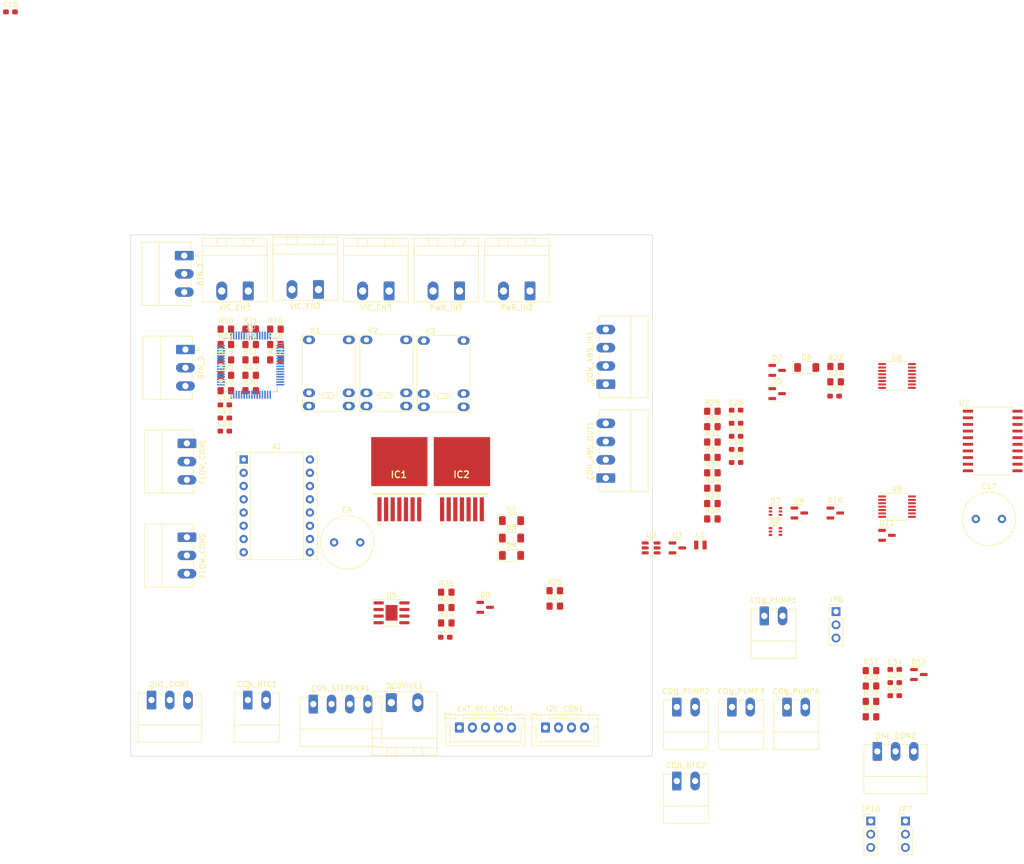
<source format=kicad_pcb>
(kicad_pcb (version 20221018) (generator pcbnew)
  (layers (0 "F.Cu" signal) (1 "In1.Cu" signal) (2 "In2.Cu" signal) (31 "B.Cu" signal) (34 "B.Paste" user) (35 "F.Paste" user) (36 "B.SilkS" user "B.Silkscreen") (37 "F.SilkS" user "F.Silkscreen") (38 "B.Mask" user) (39 "F.Mask" user) (44 "Edge.Cuts" user))
  (net 0 "")
  (net 1 "/Batt-")
  (net 2 "Net-(BTN_1-Pin_2)")
  (net 3 "/Autoterm/3V3")
  (net 4 "Net-(BTN_2-Pin_2)")
  (net 5 "Step_enable")
  (net 6 "Step_MS1")
  (net 7 "Step_MS2")
  (net 8 "Net-(FLOW_CON1-Pin_2)")
  (net 9 "Net-(I2C_CON1-Pin_1)")
  (net 10 "Step_MS3")
  (net 11 "Step_reset")
  (net 12 "Step_sleep")
  (net 13 "Net-(EXT_REL_CON1-Pin_2)")
  (net 14 "Net-(EXT_REL_CON1-Pin_3)")
  (net 15 "Net-(EXT_REL_CON1-Pin_4)")
  (net 17 "Net-(EXT_REL_CON1-Pin_5)")
  (net 18 "Net-(IC1-IN)")
  (net 19 "Net-(IC1-INH)")
  (net 20 "Net-(IC1-SR)")
  (net 21 "Net-(IC1-IS)")
  (net 22 "Step_step")
  (net 23 "Net-(IC2-IN)")
  (net 24 "Net-(ONE_CON1-Pin_1)")
  (net 25 "Step_dir")
  (net 26 "/GND")
  (net 27 "Net-(IC2-INH)")
  (net 28 "Net-(IC2-SR)")
  (net 29 "Net-(IC2-IS)")
  (net 30 "/12V0")
  (net 31 "BTN_1")
  (net 32 "BTN_2")
  (net 33 "FLW_Sig1")
  (net 34 "FLW_Sig2")
  (net 35 "ONE_SIG")
  (net 38 "I2C_SCL")
  (net 39 "I2C_SDA")
  (net 40 "/Analog-IN/5V0")
  (net 42 "/24V0")
  (net 43 "Net-(D8A-K)")
  (net 44 "/Autoterm/5V0")
  (net 45 "Ain_ntc0+")
  (net 46 "Net-(U8-B2)")
  (net 47 "Net-(U8-B1)")
  (net 48 "Net-(DCDRIVE1-Pin_1)")
  (net 49 "Net-(DCDRIVE1-Pin_2)")
  (net 50 "Net-(FLOW_CON2-Pin_2)")
  (net 51 "Net-(IC1-VS)")
  (net 52 "Net-(U6-O1)")
  (net 53 "Net-(VIC_EN1-Pin_1)")
  (net 54 "Net-(VIC_EN1-Pin_2)")
  (net 55 "Net-(U6-O2)")
  (net 56 "Net-(VIC_EN2-Pin_1)")
  (net 57 "Net-(VIC_EN2-Pin_2)")
  (net 58 "Net-(U6-O3)")
  (net 59 "Net-(VIC_EN3-Pin_1)")
  (net 60 "Net-(VIC_EN3-Pin_2)")
  (net 61 "Net-(U2-SW)")
  (net 62 "Net-(U5-B)")
  (net 63 "Net-(U5-A)")
  (net 82 "Net-(A1-VMOT)")
  (net 83 "Net-(A1-2B)")
  (net 84 "Net-(A1-2A)")
  (net 85 "Net-(A1-1A)")
  (net 86 "Net-(A1-1B)")
  (net 133 "Net-(U2-BST)")
  (net 134 "poci")
  (net 135 "enable")
  (net 136 "pico")
  (net 137 "REL1")
  (net 138 "REL2")
  (net 139 "REL3")
  (net 140 "REL4")
  (net 141 "REL5")
  (net 142 "REL6")
  (net 143 "REL7")
  (net 144 "Ain_ntc0-")
  (net 145 "pump1")
  (net 146 "pump_fb1")
  (net 147 "pump2")
  (net 148 "pump3")
  (net 149 "pump_fb2")
  (net 150 "pump4")
  (net 151 "Net-(CON_PUMP4-Pin_1)")
  (net 152 "Net-(CON_PUMP3-Pin_1)")
  (net 153 "Net-(CON_PUMP2-Pin_1)")
  (net 154 "Net-(CON_PUMP1-Pin_1)")
  (net 155 "RX")
  (net 156 "TX")
  (net 164 "/Analog-IN/GND")
  (net 165 "Net-(CON_NTC1-Pin_1)")
  (net 166 "Net-(CON_NTC1-Pin_2)")
  (net 167 "Ain_24V_Sig")
  (net 168 "Ain_12V_Sig")
  (net 169 "Net-(CON_485_IN1-Pin_2)")
  (net 170 "Net-(CON_485_IN1-Pin_3)")
  (net 171 "Ain_ntc1+")
  (net 172 "Ain_ntc1-")
  (net 173 "Net-(D12-A)")
  (net 174 "Net-(CON_NTC2-Pin_1)")
  (net 175 "Net-(CON_NTC2-Pin_2)")
  (net 176 "Net-(EXT_REL_CON1-Pin_1)")
  (net 177 "Net-(JP6-C)")
  (net 178 "Net-(JP10-C)")
  (footprint "Capacitor_THT:C_Radial_D10.0mm_H16.0mm_P5.00mm" (layer "F.Cu") (at 80.5 102.5)
    (fp_text reference "C4" (at 2.5 -6.25) (layer "F.SilkS"))
    (fp_text value "1000uF")
    (pad "1" thru_hole circle (at 0 0) (size 1.6 1.6) (drill 0.8) (layers "*.Cu" "*.Mask") (net 30 "/12V0"))
    (pad "2" thru_hole circle (at 5 0) (size 1.6 1.6) (drill 0.8) (layers "*.Cu" "*.Mask") (net 1 "/Batt-"))
  )
  (footprint "Package_SO:SOIC-8-1EP_3.9x4.9mm_P1.27mm_EP2.29x3mm" (layer "F.Cu") (at 91.5 116)
    (fp_text reference "U5" (at 0 -3.4) (layer "F.SilkS"))
    (fp_text value "MAX485E")
    (pad "1" smd roundrect (at -2.475 -1.905) (size 1.95 0.6) (layers "F.Cu" "F.Paste" "F.Mask") (net 134 "poci"))
    (pad "2" smd roundrect (at -2.475 -0.635) (size 1.95 0.6) (layers "F.Cu" "F.Paste" "F.Mask") (net 135 "enable"))
    (pad "3" smd roundrect (at -2.475 0.635) (size 1.95 0.6) (layers "F.Cu" "F.Paste" "F.Mask") (net 135 "enable"))
    (pad "4" smd roundrect (at -2.475 1.905) (size 1.95 0.6) (layers "F.Cu" "F.Paste" "F.Mask") (net 136 "pico"))
    (pad "5" smd roundrect (at 2.475 1.905) (size 1.95 0.6) (layers "F.Cu" "F.Paste" "F.Mask") (net 26 "/GND"))
    (pad "6" smd roundrect (at 2.475 0.635) (size 1.95 0.6) (layers "F.Cu" "F.Paste" "F.Mask") (net 63 "Net-(U5-A)"))
    (pad "7" smd roundrect (at 2.475 -0.635) (size 1.95 0.6) (layers "F.Cu" "F.Paste" "F.Mask") (net 62 "Net-(U5-B)"))
    (pad "8" smd roundrect (at 2.475 -1.905) (size 1.95 0.6) (layers "F.Cu" "F.Paste" "F.Mask") (net 44 "/Autoterm/5V0"))
    (pad "9" smd rect (at 0 0) (size 2.29 3) (layers "F.Cu" "F.Mask"))
  )
  (footprint "Capacitor_SMD:C_0603_1608Metric_Pad1.08x0.95mm_HandSolder" (layer "F.Cu") (at 187.95 126.87)
    (fp_text reference "C34" (at 0 -1.43) (layer "F.SilkS"))
    (fp_text value "1u")
    (pad "1" smd roundrect (at -0.8625 0) (size 1.075 0.95) (layers "F.Cu" "F.Paste" "F.Mask") (net 40 "/Analog-IN/5V0"))
    (pad "2" smd roundrect (at 0.8625 0) (size 1.075 0.95) (layers "F.Cu" "F.Paste" "F.Mask") (net 171 "Ain_ntc1+"))
  )
  (footprint "Resistor_SMD:R_0805_2012Metric_Pad1.20x1.40mm_HandSolder" (layer "F.Cu") (at 59.75 61.6)
    (fp_text reference "R10" (at 0 -1.65) (layer "F.SilkS"))
    (fp_text value "10k")
    (pad "1" smd roundrect (at -1 0) (size 1.2 1.4) (layers "F.Cu" "F.Paste" "F.Mask") (roundrect_rratio 0.208333) (net 31 "BTN_1"))
    (pad "2" smd roundrect (at 1 0) (size 1.2 1.4) (layers "F.Cu" "F.Paste" "F.Mask") (roundrect_rratio 0.208333) (net 2 "Net-(BTN_1-Pin_2)"))
  )
  (footprint "Connector_Phoenix_MSTB:PhoenixContact_MSTBA_2,5_2-G-5,08_1x02_P5.08mm_Horizontal" (layer "F.Cu") (at 118.04 54.2775 180)
    (fp_text reference "PWR_IN2" (at 2.54 -3.2) (layer "F.SilkS"))
    (fp_text value "Conn_01x02")
    (pad "1" thru_hole roundrect (at 0 0 180) (size 2.08 3.6) (drill 1.4) (layers "*.Cu" "*.Mask") (roundrect_rratio 0.120192) (net 1 "/Batt-"))
    (pad "2" thru_hole oval (at 5.08 0 180) (size 2.08 3.6) (drill 1.4) (layers "*.Cu" "*.Mask") (net 42 "/24V0"))
  )
  (footprint "Connector_Phoenix_MC:PhoenixContact_MC_1,5_3-G-3.5_1x03_P3.50mm_Horizontal" (layer "F.Cu") (at 51.7775 47.5 -90)
    (fp_text reference "BTN_1" (at 3.5 -3 -90) (layer "F.SilkS"))
    (fp_text value "Conn_01x03")
    (pad "1" thru_hole roundrect (at 0 0 270) (size 1.8 3.6) (drill 1.2) (layers "*.Cu" "*.Mask") (roundrect_rratio 0.138889) (net 44 "/Autoterm/5V0"))
    (pad "2" thru_hole oval (at 3.5 0 270) (size 1.8 3.6) (drill 1.2) (layers "*.Cu" "*.Mask") (net 2 "Net-(BTN_1-Pin_2)"))
    (pad "3" thru_hole oval (at 7 0 270) (size 1.8 3.6) (drill 1.2) (layers "*.Cu" "*.Mask") (net 26 "/GND"))
  )
  (footprint "Connector_PinHeader_2.54mm:PinHeader_1x03_P2.54mm_Vertical" (layer "F.Cu") (at 176.7 115.76)
    (fp_text reference "JP6" (at 0 -2.33) (layer "F.SilkS"))
    (fp_text value "Jumper_3_Bridged12")
    (pad "1" thru_hole rect (at 0 0) (size 1.7 1.7) (drill 1) (layers "*.Cu" "*.Mask") (net 42 "/24V0"))
    (pad "2" thru_hole oval (at 0 2.54) (size 1.7 1.7) (drill 1) (layers "*.Cu" "*.Mask") (net 177 "Net-(JP6-C)"))
    (pad "3" thru_hole oval (at 0 5.08) (size 1.7 1.7) (drill 1) (layers "*.Cu" "*.Mask") (net 30 "/12V0"))
  )
  (footprint "Diode_SMD:D_MiniMELF" (layer "F.Cu") (at 114.5 105)
    (fp_text reference "D4" (at 0 -2) (layer "F.SilkS"))
    (fp_text value "BZV55C3V6")
    (pad "1" smd roundrect (at -1.75 0) (size 1.3 1.7) (layers "F.Cu" "F.Paste" "F.Mask") (roundrect_rratio 0.1923076923) (net 33 "FLW_Sig1"))
    (pad "2" smd roundrect (at 1.75 0) (size 1.3 1.7) (layers "F.Cu" "F.Paste" "F.Mask") (roundrect_rratio 0.1923076923) (net 26 "/GND"))
  )
  (footprint "Connector_Phoenix_MC:PhoenixContact_MC_1,5_2-G-3.5_1x02_P3.50mm_Horizontal" (layer "F.Cu") (at 167.305 134.0675)
    (fp_text reference "CON_PUMP4" (at 1.75 -3) (layer "F.SilkS"))
    (fp_text value "Conn_01x02")
    (pad "1" thru_hole roundrect (at 0 0) (size 1.8 3.6) (drill 1.2) (layers "*.Cu" "*.Mask") (roundrect_rratio 0.138889) (net 151 "Net-(CON_PUMP4-Pin_1)"))
    (pad "2" thru_hole oval (at 3.5 0) (size 1.8 3.6) (drill 1.2) (layers "*.Cu" "*.Mask") (net 1 "/Batt-"))
  )
  (footprint "Resistor_SMD:R_0805_2012Metric_Pad1.20x1.40mm_HandSolder" (layer "F.Cu") (at 69.25 61.6)
    (fp_text reference "R16" (at 0 -1.65) (layer "F.SilkS"))
    (fp_text value "0R")
    (pad "1" smd roundrect (at -1 0) (size 1.2 1.4) (layers "F.Cu" "F.Paste" "F.Mask") (roundrect_rratio 0.208333) (net 3 "/Autoterm/3V3"))
    (pad "2" smd roundrect (at 1 0) (size 1.2 1.4) (layers "F.Cu" "F.Paste" "F.Mask") (roundrect_rratio 0.208333) (net 9 "Net-(I2C_CON1-Pin_1)"))
  )
  (footprint "KiCad:PG-TO263-7-1" (layer "F.Cu") (at 93 83.95)
    (fp_text reference "IC1" (at -0.089 5.547) (layer "F.SilkS") (effects (font (size 1.27 1.27) (thickness 0.254))))
    (fp_text value "IFX007TAUMA1" hide)
    (pad "1" smd rect (at -3.81 12.2) (size 0.8 4.6) (layers "F.Cu" "F.Paste" "F.Mask") (net 1 "/Batt-"))
    (pad "2" smd rect (at -2.54 12.2) (size 0.8 4.6) (layers "F.Cu" "F.Paste" "F.Mask") (net 18 "Net-(IC1-IN)"))
    (pad "3" smd rect (at -1.27 12.2) (size 0.8 4.6) (layers "F.Cu" "F.Paste" "F.Mask") (net 19 "Net-(IC1-INH)"))
    (pad "4" smd rect (at 0 12.2) (size 0.8 4.6) (layers "F.Cu" "F.Paste" "F.Mask") (net 48 "Net-(DCDRIVE1-Pin_1)"))
    (pad "5" smd rect (at 1.27 12.2) (size 0.8 4.6) (layers "F.Cu" "F.Paste" "F.Mask") (net 20 "Net-(IC1-SR)"))
    (pad "6" smd rect (at 2.54 12.2) (size 0.8 4.6) (layers "F.Cu" "F.Paste" "F.Mask") (net 21 "Net-(IC1-IS)"))
    (pad "7" smd rect (at 3.81 12.2) (size 0.8 4.6) (layers "F.Cu" "F.Paste" "F.Mask") (net 51 "Net-(IC1-VS)"))
    (pad "8" smd rect (at 0 3.05 90) (size 9.4 10.8) (layers "F.Cu" "F.Paste" "F.Mask") (net 48 "Net-(DCDRIVE1-Pin_1)"))
  )
  (footprint "Connector_PinHeader_2.54mm:PinHeader_1x03_P2.54mm_Vertical" (layer "F.Cu") (at 190 155.92)
    (fp_text reference "JP7" (at 0 -2.33) (layer "F.SilkS"))
    (fp_text value "Jumper_3_Bridged12")
    (pad "1" thru_hole rect (at 0 0) (size 1.7 1.7) (drill 1) (layers "*.Cu" "*.Mask") (net 44 "/Autoterm/5V0"))
    (pad "2" thru_hole oval (at 0 2.54) (size 1.7 1.7) (drill 1) (layers "*.Cu" "*.Mask") (net 176 "Net-(EXT_REL_CON1-Pin_1)"))
    (pad "3" thru_hole oval (at 0 5.08) (size 1.7 1.7) (drill 1) (layers "*.Cu" "*.Mask") (net 42 "/24V0"))
  )
  (footprint "Package_SO:Infineon_PG-DSO-20-32" (layer "F.Cu") (at 206.73 83.05)
    (fp_text reference "U7" (at -5.48 -7.3) (layer "F.SilkS"))
    (fp_text value "BTS724G")
    (pad "1" smd rect (at -4.75 -5.715 90) (size 0.55 1.95) (layers "F.Cu" "F.Paste" "F.Mask") (net 177 "Net-(JP6-C)"))
    (pad "2" smd rect (at -4.75 -4.445 90) (size 0.55 1.95) (layers "F.Cu" "F.Paste" "F.Mask") (net 1 "/Batt-"))
    (pad "3" smd rect (at -4.75 -3.175 90) (size 0.55 1.95) (layers "F.Cu" "F.Paste" "F.Mask") (net 145 "pump1"))
    (pad "4" smd rect (at -4.75 -1.905 90) (size 0.55 1.95) (layers "F.Cu" "F.Paste" "F.Mask") (net 146 "pump_fb1"))
    (pad "5" smd rect (at -4.75 -0.635 90) (size 0.55 1.95) (layers "F.Cu" "F.Paste" "F.Mask") (net 147 "pump2"))
    (pad "6" smd rect (at -4.75 0.635 90) (size 0.55 1.95) (layers "F.Cu" "F.Paste" "F.Mask") (net 1 "/Batt-"))
    (pad "7" smd rect (at -4.75 1.905 90) (size 0.55 1.95) (layers "F.Cu" "F.Paste" "F.Mask") (net 148 "pump3"))
    (pad "8" smd rect (at -4.75 3.175 90) (size 0.55 1.95) (layers "F.Cu" "F.Paste" "F.Mask") (net 149 "pump_fb2"))
    (pad "9" smd rect (at -4.75 4.445 90) (size 0.55 1.95) (layers "F.Cu" "F.Paste" "F.Mask") (net 150 "pump4"))
    (pad "10" smd rect (at -4.75 5.715 90) (size 0.55 1.95) (layers "F.Cu" "F.Paste" "F.Mask") (net 177 "Net-(JP6-C)"))
    (pad "11" smd rect (at 4.75 5.715 90) (size 0.55 1.95) (layers "F.Cu" "F.Paste" "F.Mask") (net 177 "Net-(JP6-C)"))
    (pad "12" smd rect (at 4.75 4.445 90) (size 0.55 1.95) (layers "F.Cu" "F.Paste" "F.Mask") (net 177 "Net-(JP6-C)"))
    (pad "13" smd rect (at 4.75 3.175 90) (size 0.55 1.95) (layers "F.Cu" "F.Paste" "F.Mask") (net 151 "Net-(CON_PUMP4-Pin_1)"))
    (pad "14" smd rect (at 4.75 1.905 90) (size 0.55 1.95) (layers "F.Cu" "F.Paste" "F.Mask") (net 152 "Net-(CON_PUMP3-Pin_1)"))
    (pad "15" smd rect (at 4.75 0.635 90) (size 0.55 1.95) (layers "F.Cu" "F.Paste" "F.Mask") (net 177 "Net-(JP6-C)"))
    (pad "16" smd rect (at 4.75 -0.635 90) (size 0.55 1.95) (layers "F.Cu" "F.Paste" "F.Mask") (net 177 "Net-(JP6-C)"))
    (pad "17" smd rect (at 4.75 -1.905 90) (size 0.55 1.95) (layers "F.Cu" "F.Paste" "F.Mask") (net 153 "Net-(CON_PUMP2-Pin_1)"))
    (pad "18" smd rect (at 4.75 -3.175 90) (size 0.55 1.95) (layers "F.Cu" "F.Paste" "F.Mask") (net 154 "Net-(CON_PUMP1-Pin_1)"))
    (pad "19" smd rect (at 4.75 -4.445 90) (size 0.55 1.95) (layers "F.Cu" "F.Paste" "F.Mask") (net 177 "Net-(JP6-C)"))
    (pad "20" smd rect (at 4.75 -5.715 90) (size 0.55 1.95) (layers "F.Cu" "F.Paste" "F.Mask") (net 177 "Net-(JP6-C)"))
  )
  (footprint "Package_TO_SOT_SMD:SOT-23" (layer "F.Cu") (at 176.55 96.86)
    (fp_text reference "D10" (at 0 -2.4) (layer "F.SilkS"))
    (fp_text value "SP0502BAHT")
    (pad "1" smd roundrect (at -0.9375 -0.95) (size 1.475 0.6) (layers "F.Cu" "F.Paste" "F.Mask") (net 45 "Ain_ntc0+"))
    (pad "2" smd roundrect (at -0.9375 0.95) (size 1.475 0.6) (layers "F.Cu" "F.Paste" "F.Mask") (net 144 "Ain_ntc0-"))
    (pad "3" smd roundrect (at 0.9375 0) (size 1.475 0.6) (layers "F.Cu" "F.Paste" "F.Mask") (net 164 "/Analog-IN/GND"))
  )
  (footprint "Connector_Phoenix_MC:PhoenixContact_MC_1,5_3-G-3.5_1x03_P3.50mm_Horizontal" (layer "F.Cu") (at 184.61 142.575)
    (fp_text reference "ONE_CON2" (at 3.5 -3) (layer "F.SilkS"))
    (fp_text value "Conn_01x03")
    (pad "1" thru_hole roundrect (at 0 0) (size 1.8 3.6) (drill 1.2) (layers "*.Cu" "*.Mask") (roundrect_rratio 0.138889) (net 24 "Net-(ONE_CON1-Pin_1)"))
    (pad "2" thru_hole oval (at 3.5 0) (size 1.8 3.6) (drill 1.2) (layers "*.Cu" "*.Mask") (net 35 "ONE_SIG"))
    (pad "3" thru_hole oval (at 7 0) (size 1.8 3.6) (drill 1.2) (layers "*.Cu" "*.Mask") (net 26 "/GND"))
  )
  (footprint "Package_TO_SOT_SMD:SOT-23" (layer "F.Cu") (at 165.41 69.51)
    (fp_text reference "D2" (at 0 -2.4) (layer "F.SilkS"))
    (fp_text value "SP0502BAHT")
    (pad "1" smd roundrect (at -0.9375 -0.95) (size 1.475 0.6) (layers "F.Cu" "F.Paste" "F.Mask") (net 24 "Net-(ONE_CON1-Pin_1)"))
    (pad "2" smd roundrect (at -0.9375 0.95) (size 1.475 0.6) (layers "F.Cu" "F.Paste" "F.Mask") (net 35 "ONE_SIG"))
    (pad "3" smd roundrect (at 0.9375 0) (size 1.475 0.6) (layers "F.Cu" "F.Paste" "F.Mask") (net 26 "/GND"))
  )
  (footprint "Resistor_SMD:R_0805_2012Metric_Pad1.20x1.40mm_HandSolder" (layer "F.Cu") (at 183.4 130.04)
    (fp_text reference "R38" (at 0 -1.65) (layer "F.SilkS"))
    (fp_text value "10k")
    (pad "1" smd roundrect (at -1 0) (size 1.2 1.4) (layers "F.Cu" "F.Paste" "F.Mask") (roundrect_rratio 0.208333) (net 171 "Ain_ntc1+"))
    (pad "2" smd roundrect (at 1 0) (size 1.2 1.4) (layers "F.Cu" "F.Paste" "F.Mask") (roundrect_rratio 0.208333) (net 174 "Net-(CON_NTC2-Pin_1)"))
  )
  (footprint "Connector_Phoenix_MC:PhoenixContact_MC_1,5_2-G-3.5_1x02_P3.50mm_Horizontal" (layer "F.Cu") (at 146.185 148.2475)
    (fp_text reference "CON_NTC2" (at 1.75 -3) (layer "F.SilkS"))
    (fp_text value "Conn_01x02")
    (pad "1" thru_hole roundrect (at 0 0) (size 1.8 3.6) (drill 1.2) (layers "*.Cu" "*.Mask") (roundrect_rratio 0.138889) (net 174 "Net-(CON_NTC2-Pin_1)"))
    (pad "2" thru_hole oval (at 3.5 0) (size 1.8 3.6) (drill 1.2) (layers "*.Cu" "*.Mask") (net 175 "Net-(CON_NTC2-Pin_2)"))
  )
  (footprint "Connector_Phoenix_MC:PhoenixContact_MC_1,5_3-G-3.5_1x03_P3.50mm_Horizontal" (layer "F.Cu") (at 45.5 132.7225)
    (fp_text reference "ONE_CON1" (at 3.5 -3) (layer "F.SilkS"))
    (fp_text value "Conn_01x03")
    (pad "1" thru_hole roundrect (at 0 0) (size 1.8 3.6) (drill 1.2) (layers "*.Cu" "*.Mask") (roundrect_rratio 0.138889) (net 24 "Net-(ONE_CON1-Pin_1)"))
    (pad "2" thru_hole oval (at 3.5 0) (size 1.8 3.6) (drill 1.2) (layers "*.Cu" "*.Mask") (net 35 "ONE_SIG"))
    (pad "3" thru_hole oval (at 7 0) (size 1.8 3.6) (drill 1.2) (layers "*.Cu" "*.Mask") (net 26 "/GND"))
  )
  (footprint "Resistor_SMD:R_0805_2012Metric_Pad1.20x1.40mm_HandSolder" (layer "F.Cu") (at 59.75 70.45)
    (fp_text reference "R15" (at 0 -1.65) (layer "F.SilkS"))
    (fp_text value "22k")
    (pad "1" smd roundrect (at -1 0) (size 1.2 1.4) (layers "F.Cu" "F.Paste" "F.Mask") (roundrect_rratio 0.208333) (net 26 "/GND"))
    (pad "2" smd roundrect (at 1 0) (size 1.2 1.4) (layers "F.Cu" "F.Paste" "F.Mask") (roundrect_rratio 0.208333) (net 32 "BTN_2"))
  )
  (footprint "Connector_Phoenix_MSTB:PhoenixContact_MSTBA_2,5_2-G-5,08_1x02_P5.08mm_Horizontal" (layer "F.Cu") (at 91.04 54.2775 180)
    (fp_text reference "VIC_EN3" (at 2.54 -3.2) (layer "F.SilkS"))
    (fp_text value "Conn_01x02")
    (pad "1" thru_hole roundrect (at 0 0 180) (size 2.08 3.6) (drill 1.4) (layers "*.Cu" "*.Mask") (roundrect_rratio 0.120192) (net 59 "Net-(VIC_EN3-Pin_1)"))
    (pad "2" thru_hole oval (at 5.08 0 180) (size 2.08 3.6) (drill 1.4) (layers "*.Cu" "*.Mask") (net 60 "Net-(VIC_EN3-Pin_2)"))
  )
  (footprint "Connector_Phoenix_MC:PhoenixContact_MC_1,5_2-G-3.5_1x02_P3.50mm_Horizontal" (layer "F.Cu") (at 162.95 116.595)
    (fp_text reference "CON_PUMP1" (at 1.75 -3) (layer "F.SilkS"))
    (fp_text value "Conn_01x02")
    (pad "1" thru_hole roundrect (at 0 0) (size 1.8 3.6) (drill 1.2) (layers "*.Cu" "*.Mask") (roundrect_rratio 0.138889) (net 154 "Net-(CON_PUMP1-Pin_1)"))
    (pad "2" thru_hole oval (at 3.5 0) (size 1.8 3.6) (drill 1.2) (layers "*.Cu" "*.Mask") (net 1 "/Batt-"))
  )
  (footprint "Module:Pololu_Breakout-16_15.2x20.3mm" (layer "F.Cu") (at 63.16 86.61)
    (fp_text reference "A1" (at 6.35 -2.54) (layer "F.SilkS"))
    (fp_text value "Pololu_Breakout_A4988")
    (pad "1" thru_hole rect (at 0 0) (size 1.6 1.6) (drill 0.8) (layers "*.Cu" "*.Mask") (net 1 "/Batt-"))
    (pad "2" thru_hole oval (at 0 2.54) (size 1.6 1.6) (drill 0.8) (layers "*.Cu" "*.Mask") (net 3 "/Autoterm/3V3"))
    (pad "3" thru_hole oval (at 0 5.08) (size 1.6 1.6) (drill 0.8) (layers "*.Cu" "*.Mask") (net 86 "Net-(A1-1B)"))
    (pad "4" thru_hole oval (at 0 7.62) (size 1.6 1.6) (drill 0.8) (layers "*.Cu" "*.Mask") (net 85 "Net-(A1-1A)"))
    (pad "5" thru_hole oval (at 0 10.16) (size 1.6 1.6) (drill 0.8) (layers "*.Cu" "*.Mask") (net 84 "Net-(A1-2A)"))
    (pad "6" thru_hole oval (at 0 12.7) (size 1.6 1.6) (drill 0.8) (layers "*.Cu" "*.Mask") (net 83 "Net-(A1-2B)"))
    (pad "7" thru_hole oval (at 0 15.24) (size 1.6 1.6) (drill 0.8) (layers "*.Cu" "*.Mask") (net 1 "/Batt-"))
    (pad "8" thru_hole oval (at 0 17.78) (size 1.6 1.6) (drill 0.8) (layers "*.Cu" "*.Mask") (net 82 "Net-(A1-VMOT)"))
    (pad "9" thru_hole oval (at 12.7 17.78) (size 1.6 1.6) (drill 0.8) (layers "*.Cu" "*.Mask") (net 5 "Step_enable"))
    (pad "10" thru_hole oval (at 12.7 15.24) (size 1.6 1.6) (drill 0.8) (layers "*.Cu" "*.Mask") (net 6 "Step_MS1"))
    (pad "11" thru_hole oval (at 12.7 12.7) (size 1.6 1.6) (drill 0.8) (layers "*.Cu" "*.Mask") (net 7 "Step_MS2"))
    (pad "12" thru_hole oval (at 12.7 10.16) (size 1.6 1.6) (drill 0.8) (layers "*.Cu" "*.Mask") (net 10 "Step_MS3"))
    (pad "13" thru_hole oval (at 12.7 7.62) (size 1.6 1.6) (drill 0.8) (layers "*.Cu" "*.Mask") (net 11 "Step_reset"))
    (pad "14" thru_hole oval (at 12.7 5.08) (size 1.6 1.6) (drill 0.8) (layers "*.Cu" "*.Mask") (net 12 "Step_sleep"))
    (pad "15" thru_hole oval (at 12.7 2.54) (size 1.6 1.6) (drill 0.8) (layers "*.Cu" "*.Mask") (net 22 "Step_step"))
    (pad "16" thru_hole oval (at 12.7 0) (size 1.6 1.6) (drill 0.8) (layers "*.Cu" "*.Mask") (net 25 "Step_dir"))
  )
  (footprint "Package_TO_SOT_SMD:SOT-363_SC-70-6" (layer "F.Cu") (at 165.09 96.56)
    (fp_text reference "D7" (at 0 -2) (layer "F.SilkS"))
    (fp_text value "BAV70S")
    (pad "1" smd rect (at -0.95 -0.65) (size 0.65 0.4) (layers "F.Cu" "F.Paste" "F.Mask") (net 40 "/Analog-IN/5V0"))
    (pad "2" smd rect (at -0.95 0) (size 0.65 0.4) (layers "F.Cu" "F.Paste" "F.Mask"))
    (pad "3" smd rect (at -0.95 0.65) (size 0.65 0.4) (layers "F.Cu" "F.Paste" "F.Mask"))
    (pad "4" smd rect (at 0.95 0.65) (size 0.65 0.4) (layers "F.Cu" "F.Paste" "F.Mask"))
    (pad "5" smd rect (at 0.95 0) (size 0.65 0.4) (layers "F.Cu" "F.Paste" "F.Mask"))
    (pad "6" smd rect (at 0.95 -0.65) (size 0.65 0.4) (layers "F.Cu" "F.Paste" "F.Mask") (net 44 "/Autoterm/5V0"))
  )
  (footprint "Resistor_SMD:R_0805_2012Metric_Pad1.20x1.40mm_HandSolder" (layer "F.Cu") (at 153 86.2)
    (fp_text reference "R32" (at 0 -1.65) (layer "F.SilkS"))
    (fp_text value "10k")
    (pad "1" smd roundrect (at -1 0) (size 1.2 1.4) (layers "F.Cu" "F.Paste" "F.Mask") (roundrect_rratio 0.208333) (net 164 "/Analog-IN/GND"))
    (pad "2" smd roundrect (at 1 0) (size 1.2 1.4) (layers "F.Cu" "F.Paste" "F.Mask") (roundrect_rratio 0.208333) (net 166 "Net-(CON_NTC1-Pin_2)"))
  )
  (footprint "Capacitor_THT:C_Radial_D10.0mm_H16.0mm_P5.00mm" (layer "F.Cu") (at 203.5 98)
    (fp_text reference "C17" (at 2.5 -6.25) (layer "F.SilkS"))
    (fp_text value "470uF")
    (pad "1" thru_hole circle (at 0 0) (size 1.6 1.6) (drill 0.8) (layers "*.Cu" "*.Mask") (net 82 "Net-(A1-VMOT)"))
    (pad "2" thru_hole circle (at 5 0) (size 1.6 1.6) (drill 0.8) (layers "*.Cu" "*.Mask") (net 1 "/Batt-"))
  )
  (footprint "kicad_customlib:PG-TO263-7-1" (layer "F.Cu") (at 105 83.95)
    (fp_text reference "IC2" (at -0.089 5.547) (layer "F.SilkS") (effects (font (size 1.27 1.27) (thickness 0.254))))
    (fp_text value "IFX007TAUMA1" hide)
    (pad "1" smd rect (at -3.81 12.2) (size 0.8 4.6) (layers "F.Cu" "F.Paste" "F.Mask") (net 1 "/Batt-"))
    (pad "2" smd rect (at -2.54 12.2) (size 0.8 4.6) (layers "F.Cu" "F.Paste" "F.Mask") (net 23 "Net-(IC2-IN)"))
    (pad "3" smd rect (at -1.27 12.2) (size 0.8 4.6) (layers "F.Cu" "F.Paste" "F.Mask") (net 27 "Net-(IC2-INH)"))
    (pad "4" smd rect (at 0 12.2) (size 0.8 4.6) (layers "F.Cu" "F.Paste" "F.Mask") (net 49 "Net-(DCDRIVE1-Pin_2)"))
    (pad "5" smd rect (at 1.27 12.2) (size 0.8 4.6) (layers "F.Cu" "F.Paste" "F.Mask") (net 28 "Net-(IC2-SR)"))
    (pad "6" smd rect (at 2.54 12.2) (size 0.8 4.6) (layers "F.Cu" "F.Paste" "F.Mask") (net 29 "Net-(IC2-IS)"))
    (pad "7" smd rect (at 3.81 12.2) (size 0.8 4.6) (layers "F.Cu" "F.Paste" "F.Mask") (net 51 "Net-(IC1-VS)"))
    (pad "8" smd rect (at 0 3.05 90) (size 9.4 10.8) (layers "F.Cu" "F.Paste" "F.Mask") (net 49 "Net-(DCDRIVE1-Pin_2)"))
  )
  (footprint "Diode_SMD:D_MiniMELF" (layer "F.Cu") (at 171.075 68.955)
    (fp_text reference "D6" (at 0 -2) (layer "F.SilkS"))
    (fp_text value "BZV55C3V6")
    (pad "1" smd roundrect (at -1.75 0) (size 1.3 1.7) (layers "F.Cu" "F.Paste" "F.Mask") (roundrect_rratio 0.1923076923) (net 34 "FLW_Sig2"))
    (pad "2" smd roundrect (at 1.75 0) (size 1.3 1.7) (layers "F.Cu" "F.Paste" "F.Mask") (roundrect_rratio 0.1923076923) (net 26 "/GND"))
  )
  (footprint "Resistor_SMD:R_0805_2012Metric_Pad1.20x1.40mm_HandSolder" (layer "F.Cu") (at 64.5 61.6)
    (fp_text reference "R21" (at 0 -1.65) (layer "F.SilkS"))
    (fp_text value "22k")
    (pad "1" smd roundrect (at -1 0) (size 1.2 1.4) (layers "F.Cu" "F.Paste" "F.Mask") (roundrect_rratio 0.208333) (net 26 "/GND"))
    (pad "2" smd roundrect (at 1 0) (size 1.2 1.4) (layers "F.Cu" "F.Paste" "F.Mask") (roundrect_rratio 0.208333) (net 33 "FLW_Sig1"))
  )
  (footprint "Connector_Phoenix_MC:PhoenixContact_MC_1,5_2-G-3.5_1x02_P3.50mm_Horizontal" (layer "F.Cu") (at 63.96 132.7225)
    (fp_text reference "CON_NTC1" (at 1.75 -3) (layer "F.SilkS"))
    (fp_text value "Conn_01x02")
    (pad "1" thru_hole roundrect (at 0 0) (size 1.8 3.6) (drill 1.2) (layers "*.Cu" "*.Mask") (roundrect_rratio 0.138889) (net 165 "Net-(CON_NTC1-Pin_1)"))
    (pad "2" thru_hole oval (at 3.5 0) (size 1.8 3.6) (drill 1.2) (layers "*.Cu" "*.Mask") (net 166 "Net-(CON_NTC1-Pin_2)"))
  )
  (footprint "Resistor_SMD:R_0805_2012Metric_Pad1.20x1.40mm_HandSolder" (layer "F.Cu") (at 59.75 73.4)
    (fp_text reference "R19" (at 0 -1.65) (layer "F.SilkS"))
    (fp_text value "10k")
    (pad "1" smd roundrect (at -1 0) (size 1.2 1.4) (layers "F.Cu" "F.Paste" "F.Mask") (roundrect_rratio 0.208333) (net 33 "FLW_Sig1"))
    (pad "2" smd roundrect (at 1 0) (size 1.2 1.4) (layers "F.Cu" "F.Paste" "F.Mask") (roundrect_rratio 0.208333) (net 8 "Net-(FLOW_CON1-Pin_2)"))
  )
  (footprint "Connector_Phoenix_MC:PhoenixContact_MC_1,5_2-G-3.5_1x02_P3.50mm_Horizontal" (layer "F.Cu") (at 156.745 134.0675)
    (fp_text reference "CON_PUMP3" (at 1.75 -3) (layer "F.SilkS"))
    (fp_text value "Conn_01x02")
    (pad "1" thru_hole roundrect (at 0 0) (size 1.8 3.6) (drill 1.2) (layers "*.Cu" "*.Mask") (roundrect_rratio 0.138889) (net 152 "Net-(CON_PUMP3-Pin_1)"))
    (pad "2" thru_hole oval (at 3.5 0) (size 1.8 3.6) (drill 1.2) (layers "*.Cu" "*.Mask") (net 1 "/Batt-"))
  )
  (footprint "Capacitor_SMD:C_0603_1608Metric_Pad1.08x0.95mm_HandSolder" (layer "F.Cu") (at 59.55 81.15)
    (fp_text reference "C14" (at 0 -1.43) (layer "F.SilkS"))
    (fp_text value "10n")
    (pad "1" smd roundrect (at -0.8625 0) (size 1.075 0.95) (layers "F.Cu" "F.Paste" "F.Mask") (net 33 "FLW_Sig1"))
    (pad "2" smd roundrect (at 0.8625 0) (size 1.075 0.95) (layers "F.Cu" "F.Paste" "F.Mask") (net 26 "/GND"))
  )
  (footprint "Package_TO_SOT_SMD:TSOT-23-6" (layer "F.Cu") (at 141.26 103.555)
    (fp_text reference "U2" (at 0 -2.4) (layer "F.SilkS"))
    (fp_text value "AP63205WU")
    (pad "1" smd roundrect (at -1.1375 -0.95) (size 1.325 0.6) (layers "F.Cu" "F.Paste" "F.Mask") (net 44 "/Autoterm/5V0"))
    (pad "2" smd roundrect (at -1.1375 0) (size 1.325 0.6) (layers "F.Cu" "F.Paste" "F.Mask") (net 43 "Net-(D8A-K)"))
    (pad "3" smd roundrect (at -1.1375 0.95) (size 1.325 0.6) (layers "F.Cu" "F.Paste" "F.Mask") (net 43 "Net-(D8A-K)"))
    (pad "4" smd roundrect (at 1.1375 0.95) (size 1.325 0.6) (layers "F.Cu" "F.Paste" "F.Mask") (net 1 "/Batt-"))
    (pad "5" smd roundrect (at 1.1375 0) (size 1.325 0.6) (layers "F.Cu" "F.Paste" "F.Mask") (net 61 "Net-(U2-SW)"))
    (pad "6" smd roundrect (at 1.1375 -0.95) (size 1.325 0.6) (layers "F.Cu" "F.Paste" "F.Mask") (net 133 "Net-(U2-BST)"))
  )
  (footprint "Connector_Phoenix_MSTB:PhoenixContact_MSTBA_2,5_2-G-5,08_1x02_P5.08mm_Horizontal" (layer "F.Cu") (at 64.04 54.2775 180)
    (fp_text reference "VIC_EN1" (at 2.54 -3.2) (layer "F.SilkS"))
    (fp_text value "Conn_01x02")
    (pad "1" thru_hole roundrect (at 0 0 180) (size 2.08 3.6) (drill 1.4) (layers "*.Cu" "*.Mask") (roundrect_rratio 0.120192) (net 53 "Net-(VIC_EN1-Pin_1)"))
    (pad "2" thru_hole oval (at 5.08 0 180) (size 2.08 3.6) (drill 1.4) (layers "*.Cu" "*.Mask") (net 54 "Net-(VIC_EN1-Pin_2)"))
  )
  (footprint "Resistor_SMD:R_0805_2012Metric_Pad1.20x1.40mm_HandSolder" (layer "F.Cu") (at 64.5 64.55)
    (fp_text reference "R9" (at 0 -1.65) (layer "F.SilkS"))
    (fp_text value "10meg")
    (pad "1" smd roundrect (at -1 0) (size 1.2 1.4) (layers "F.Cu" "F.Paste" "F.Mask") (roundrect_rratio 0.208333) (net 44 "/Autoterm/5V0"))
    (pad "2" smd roundrect (at 1 0) (size 1.2 1.4) (layers "F.Cu" "F.Paste" "F.Mask") (roundrect_rratio 0.208333) (net 24 "Net-(ONE_CON1-Pin_1)"))
  )
  (footprint "Resistor_SMD:R_0805_2012Metric_Pad1.20x1.40mm_HandSolder" (layer "F.Cu") (at 59.75 67.5)
    (fp_text reference "R14" (at 0 -1.65) (layer "F.SilkS"))
    (fp_text value "10k")
    (pad "1" smd roundrect (at -1 0) (size 1.2 1.4) (layers "F.Cu" "F.Paste" "F.Mask") (roundrect_rratio 0.208333) (net 32 "BTN_2"))
    (pad "2" smd roundrect (at 1 0) (size 1.2 1.4) (layers "F.Cu" "F.Paste" "F.Mask") (roundrect_rratio 0.208333) (net 4 "Net-(BTN_2-Pin_2)"))
  )
  (footprint "Resistor_SMD:R_0805_2012Metric_Pad1.20x1.40mm_HandSolder" (layer "F.Cu") (at 183.4 127.09)
    (fp_text reference "R37" (at 0 -1.65) (layer "F.SilkS"))
    (fp_text value "10k")
    (pad "1" smd roundrect (at -1 0) (size 1.2 1.4) (layers "F.Cu" "F.Paste" "F.Mask") (roundrect_rratio 0.208333) (net 40 "/Analog-IN/5V0"))
    (pad "2" smd roundrect (at 1 0) (size 1.2 1.4) (layers "F.Cu" "F.Paste" "F.Mask") (roundrect_rratio 0.208333) (net 174 "Net-(CON_NTC2-Pin_1)"))
  )
  (footprint "Connector_Phoenix_MC:PhoenixContact_MC_1,5_2-G-3.5_1x02_P3.50mm_Horizontal" (layer "F.Cu") (at 146.185 134.0675)
    (fp_text reference "CON_PUMP2" (at 1.75 -3) (layer "F.SilkS"))
    (fp_text value "Conn_01x02")
    (pad "1" thru_hole roundrect (at 0 0) (size 1.8 3.6) (drill 1.2) (layers "*.Cu" "*.Mask") (roundrect_rratio 0.138889) (net 153 "Net-(CON_PUMP2-Pin_1)"))
    (pad "2" thru_hole oval (at 3.5 0) (size 1.8 3.6) (drill 1.2) (layers "*.Cu" "*.Mask") (net 1 "/Batt-"))
  )
  (footprint "Resistor_SMD:R_0805_2012Metric_Pad1.20x1.40mm_HandSolder" (layer "F.Cu") (at 69.25 64.55)
    (fp_text reference "R18" (at 0 -1.65) (layer "F.SilkS"))
    (fp_text value "10k")
    (pad "1" smd roundrect (at -1 0) (size 1.2 1.4) (layers "F.Cu" "F.Paste" "F.Mask") (roundrect_rratio 0.208333) (net 3 "/Autoterm/3V3"))
    (pad "2" smd roundrect (at 1 0) (size 1.2 1.4) (layers "F.Cu" "F.Paste" "F.Mask") (roundrect_rratio 0.208333) (net 39 "I2C_SDA"))
  )
  (footprint "Package_TO_SOT_SMD:SOT-363_SC-70-6" (layer "F.Cu") (at 165.09 100.41)
    (fp_text reference "D8" (at 0 -2) (layer "F.SilkS"))
    (fp_text value "BAV70S")
    (pad "1" smd rect (at -0.95 -0.65) (size 0.65 0.4) (layers "F.Cu" "F.Paste" "F.Mask") (net 30 "/12V0"))
    (pad "2" smd rect (at -0.95 0) (size 0.65 0.4) (layers "F.Cu" "F.Paste" "F.Mask") (net 42 "/24V0"))
    (pad "3" smd rect (at -0.95 0.65) (size 0.65 0.4) (layers "F.Cu" "F.Paste" "F.Mask"))
    (pad "4" smd rect (at 0.95 0.65) (size 0.65 0.4) (layers "F.Cu" "F.Paste" "F.Mask"))
    (pad "5" smd rect (at 0.95 0) (size 0.65 0.4) (layers "F.Cu" "F.Paste" "F.Mask"))
    (pad "6" smd rect (at 0.95 -0.65) (size 0.65 0.4) (layers "F.Cu" "F.Paste" "F.Mask") (net 43 "Net-(D8A-K)"))
  )
  (footprint "Capacitor_SMD:C_0603_1608Metric_Pad1.08x0.95mm_HandSolder" (layer "F.Cu") (at 187.95 129.38)
    (fp_text reference "C35" (at 0 -1.43) (layer "F.SilkS"))
    (fp_text value "1u")
    (pad "1" smd roundrect (at -0.8625 0) (size 1.075 0.95) (layers "F.Cu" "F.Paste" "F.Mask") (net 171 "Ain_ntc1+"))
    (pad "2" smd roundrect (at 0.8625 0) (size 1.075 0.95) (layers "F.Cu" "F.Paste" "F.Mask") (net 172 "Ain_ntc1-"))
  )
  (footprint "Package_TO_SOT_SMD:SOT-23" (layer "F.Cu") (at 146.28 103.555)
    (fp_text reference "U3" (at 0 -2.4) (layer "F.SilkS"))
    (fp_text value "AP7384-33SA")
    (pad "1" smd roundrect (at -0.9375 -0.95) (size 1.475 0.6) (layers "F.Cu" "F.Paste" "F.Mask") (net 44 "/Autoterm/5V0"))
    (pad "2" smd roundrect (at -0.9375 0.95) (size 1.475 0.6) (layers "F.Cu" "F.Paste" "F.Mask") (net 3 "/Autoterm/3V3"))
    (pad "3" smd roundrect (at 0.9375 0) (size 1.475 0.6) (layers "F.Cu" "F.Paste" "F.Mask") (net 1 "/Batt-"))
  )
  (footprint "Connector_JST:JST_XH_B4B-XH-A_1x04_P2.50mm_Vertical" (layer "F.Cu") (at 121 138)
    (fp_text reference "I2C_CON1" (at 3.75 -3.55) (layer "F.SilkS"))
    (fp_text value "Conn_01x04")
    (pad "1" thru_hole roundrect (at 0 0) (size 1.7 1.95) (drill 0.95) (layers "*.Cu" "*.Mask") (roundrect_rratio 0.147059) (net 9 "Net-(I2C_CON1-Pin_1)"))
    (pad "2" thru_hole oval (at 2.5 0) (size 1.7 1.95) (drill 0.95) (layers "*.Cu" "*.Mask") (net 26 "/GND"))
    (pad "3" thru_hole oval (at 5 0) (size 1.7 1.95) (drill 0.95) (layers "*.Cu" "*.Mask") (net 38 "I2C_SCL"))
    (pad "4" thru_hole oval (at 7.5 0) (size 1.7 1.95) (drill 0.95) (layers "*.Cu" "*.Mask") (net 39 "I2C_SDA"))
  )
  (footprint "Resistor_SMD:R_0805_2012Metric_Pad1.20x1.40mm_HandSolder" (layer "F.Cu") (at 153 92.1)
    (fp_text reference "R34" (at 0 -1.65) (layer "F.SilkS"))
    (fp_text value "R_Small")
    (pad "1" smd roundrect (at -1 0) (size 1.2 1.4) (layers "F.Cu" "F.Paste" "F.Mask") (roundrect_rratio 0.208333) (net 42 "/24V0"))
    (pad "2" smd roundrect (at 1 0) (size 1.2 1.4) (layers "F.Cu" "F.Paste" "F.Mask") (roundrect_rratio 0.208333) (net 168 "Ain_12V_Sig"))
  )
  (footprint "Connector_Phoenix_MSTB:PhoenixContact_MSTBA_2,5_2-G-5,08_1x02_P5.08mm_Horizontal" (layer "F.Cu") (at 77.5 54 180)
    (fp_text reference "VIC_EN2" (at 2.54 -3.2) (layer "F.SilkS"))
    (fp_text value "Conn_01x02")
    (pad "1" thru_hole roundrect (at 0 0 180) (size 2.08 3.6) (drill 1.4) (layers "*.Cu" "*.Mask") (roundrect_rratio 0.120192) (net 56 "Net-(VIC_EN2-Pin_1)"))
    (pad "2" thru_hole oval (at 5.08 0 180) (size 2.08 3.6) (drill 1.4) (layers "*.Cu" "*.Mask") (net 57 "Net-(VIC_EN2-Pin_2)"))
  )
  (footprint "Relay_THT:Relay_SPDT_HJR-4102" (layer "F.Cu") (at 86.69 63.65)
    (fp_text reference "K2" (at 1.27 -1.778) (layer "F.SilkS"))
    (fp_text value "TIANBO-HJR-4102-L")
    (pad "1" thru_hole oval (at 0 0) (size 2.3 1.6) (drill 1) (layers "*.Cu" "*.Mask"))
    (pad "5" thru_hole oval (at 0 10.16) (size 2.3 1.6) (drill 1) (layers "*.Cu" "*.Mask") (net 55 "Net-(U6-O2)"))
    (pad "6" thru_hole oval (at 0 12.7) (size 2.3 1.6) (drill 1) (layers "*.Cu" "*.Mask") (net 56 "Net-(VIC_EN2-Pin_1)"))
    (pad "7" thru_hole oval (at 7.62 12.7) (size 2.3 1.6) (drill 1) (layers "*.Cu" "*.Mask"))
    (pad "8" thru_hole oval (at 7.62 10.16) (size 2.3 1.6) (drill 1) (layers "*.Cu" "*.Mask") (net 176 "Net-(EXT_REL_CON1-Pin_1)"))
    (pad "12" thru_hole oval (at 7.62 0) (size 2.3 1.6) (drill 1) (layers "*.Cu" "*.Mask") (net 57 "Net-(VIC_EN2-Pin_2)"))
  )
  (footprint "Resistor_SMD:R_0805_2012Metric_Pad1.20x1.40mm_HandSolder" (layer "F.Cu") (at 69.25 67.5)
    (fp_text reference "R17" (at 0 -1.65) (layer "F.SilkS"))
    (fp_text value "10k")
    (pad "1" smd roundrect (at -1 0) (size 1.2 1.4) (layers "F.Cu" "F.Paste" "F.Mask") (roundrect_rratio 0.208333) (net 3 "/Autoterm/3V3"))
    (pad "2" smd roundrect (at 1 0) (size 1.2 1.4) (layers "F.Cu" "F.Paste" "F.Mask") (roundrect_rratio 0.208333) (net 38 "I2C_SCL"))
  )
  (footprint "Resistor_SMD:R_0805_2012Metric_Pad1.20x1.40mm_HandSolder" (layer "F.Cu") (at 153 80.3)
    (fp_text reference "R30" (at 0 -1.65) (layer "F.SilkS"))
    (fp_text value "10k")
    (pad "1" smd roundrect (at -1 0) (size 1.2 1.4) (layers "F.Cu" "F.Paste" "F.Mask") (roundrect_rratio 0.208333) (net 45 "Ain_ntc0+"))
    (pad "2" smd roundrect (at 1 0) (size 1.2 1.4) (layers "F.Cu" "F.Paste" "F.Mask") (roundrect_rratio 0.208333) (net 165 "Net-(CON_NTC1-Pin_1)"))
  )
  (footprint "Package_TO_SOT_SMD:SOT-23" (layer "F.Cu") (at 169.66 96.86)
    (fp_text reference "U4" (at 0 -2.4) (layer "F.SilkS"))
    (fp_text value "AP7384-50SA")
    (pad "1" smd roundrect (at -0.9375 -0.95) (size 1.475 0.6) (layers "F.Cu" "F.Paste" "F.Mask") (net 43 "Net-(D8A-K)"))
    (pad "2" smd roundrect (at -0.9375 0.95) (size 1.475 0.6) (layers "F.Cu" "F.Paste" "F.Mask") (net 40 "/Analog-IN/5V0"))
    (pad "3" smd roundrect (at 0.9375 0) (size 1.475 0.6) (layers "F.Cu" "F.Paste" "F.Mask") (net 1 "/Batt-"))
  )
  (footprint "Capacitor_SMD:C_0603_1608Metric_Pad1.08x0.95mm_HandSolder" (layer "F.Cu") (at 157.55 82.15)
    (fp_text reference "C28" (at 0 -1.43) (layer "F.SilkS"))
    (fp_text value "1u")
    (pad "1" smd roundrect (at -0.8625 0) (size 1.075 0.95) (layers "F.Cu" "F.Paste" "F.Mask") (net 144 "Ain_ntc0-"))
    (pad "2" smd roundrect (at 0.8625 0) (size 1.075 0.95) (layers "F.Cu" "F.Paste" "F.Mask") (net 164 "/Analog-IN/GND"))
  )
  (footprint "Resistor_SMD:R_0805_2012Metric_Pad1.20x1.40mm_HandSolder" (layer "F.Cu") (at 64.5 70.45)
    (fp_text reference "R13" (at 0 -1.65) (layer "F.SilkS"))
    (fp_text value "4K7")
    (pad "1" smd roundrect (at -1 0) (size 1.2 1.4) (layers "F.Cu" "F.Paste" "F.Mask") (roundrect_rratio 0.208333) (net 3 "/Autoterm/3V3"))
    (pad "2" smd roundrect (at 1 0) (size 1.2 1.4) (layers "F.Cu" "F.Paste" "F.Mask") (roundrect_rratio 0.208333) (net 35 "ONE_SIG"))
  )
  (footprint "Capacitor_SMD:C_0603_1608Metric_Pad1.08x0.95mm_HandSolder" (layer "F.Cu") (at 157.55 79.64)
    (fp_text reference "C27" (at 0 -1.43) (layer "F.SilkS"))
    (fp_text value "1u")
    (pad "1" smd roundrect (at -0.8625 0) (size 1.075 0.95) (layers "F.Cu" "F.Paste" "F.Mask") (net 45 "Ain_ntc0+"))
    (pad "2" smd roundrect (at 0.8625 0) (size 1.075 0.95) (layers "F.Cu" "F.Paste" "F.Mask") (net 144 "Ain_ntc0-"))
  )
  (footprint "Capacitor_SMD:C_0603_1608Metric_Pad1.08x0.95mm_HandSolder" (layer "F.Cu") (at 157.55 77.13)
    (fp_text reference "C26" (at 0 -1.43) (layer "F.SilkS"))
    (fp_text value "1u")
    (pad "1" smd roundrect (at -0.8625 0) (size 1.075 0.95) (layers "F.Cu" "F.Paste" "F.Mask") (net 40 "/Analog-IN/5V0"))
    (pad "2" smd roundrect (at 0.8625 0) (size 1.075 0.95) (layers "F.Cu" "F.Paste" "F.Mask") (net 45 "Ain_ntc0+"))
  )
  (footprint "Resistor_SMD:R_0805_2012Metric_Pad1.20x1.40mm_HandSolder" (layer "F.Cu") (at 122.7925 114.71)
    (fp_text reference "R27" (at 0 -1.65) (layer "F.SilkS"))
    (fp_text value "20R")
    (pad "1" smd roundrect (at -1 0) (size 1.2 1.4) (layers "F.Cu" "F.Paste" "F.Mask") (roundrect_rratio 0.208333) (net 63 "Net-(U5-A)"))
    (pad "2" smd roundrect (at 1 0) (size 1.2 1.4) (layers "F.Cu" "F.Paste" "F.Mask") (roundrect_rratio 0.208333) (net 170 "Net-(CON_485_IN1-Pin_3)"))
  )
  (footprint "Diode_SMD:D_MiniMELF" (layer "F.Cu") (at 114.5 98.32)
    (fp_text reference "D1" (at 0 -2) (layer "F.SilkS"))
    (fp_text value "BZV55C3V6")
    (pad "1" smd roundrect (at -1.75 0) (size 1.3 1.7) (layers "F.Cu" "F.Paste" "F.Mask") (roundrect_rratio 0.1923076923) (net 31 "BTN_1"))
    (pad "2" smd roundrect (at 1.75 0) (size 1.3 1.7) (layers "F.Cu" "F.Paste" "F.Mask") (roundrect_rratio 0.1923076923) (net 26 "/GND"))
  )
  (footprint "Capacitor_SMD:C_0603_1608Metric_Pad1.08x0.95mm_HandSolder" (layer "F.Cu") (at 176.42 74.44)
    (fp_text reference "C15" (at 0 -1.43) (layer "F.SilkS"))
    (fp_text value "10n")
    (pad "1" smd roundrect (at -0.8625 0) (size 1.075 0.95) (layers "F.Cu" "F.Paste" "F.Mask") (net 34 "FLW_Sig2"))
    (pad "2" smd roundrect (at 0.8625 0) (size 1.075 0.95) (layers "F.Cu" "F.Paste" "F.Mask") (net 26 "/GND"))
  )
  (footprint "Resistor_SMD:R_0805_2012Metric_Pad1.20x1.40mm_HandSolder" (layer "F.Cu") (at 176.62 68.76)
    (fp_text reference "R22" (at 0 -1.65) (layer "F.SilkS"))
    (fp_text value "10k")
    (pad "1" smd roundrect (at -1 0) (size 1.2 1.4) (layers "F.Cu" "F.Paste" "F.Mask") (roundrect_rratio 0.208333) (net 34 "FLW_Sig2"))
    (pad "2" smd roundrect (at 1 0) (size 1.2 1.4) (layers "F.Cu" "F.Paste" "F.Mask") (roundrect_rratio 0.208333) (net 50 "Net-(FLOW_CON2-Pin_2)"))
  )
  (footprint "Resistor_SMD:R_0805_2012Metric_Pad1.20x1.40mm_HandSolder" (layer "F.Cu") (at 183.4 135.94)
    (fp_text reference "R40" (at 0 -1.65) (layer "F.SilkS"))
    (fp_text value "10k")
    (pad "1" smd roundrect (at -1 0) (size 1.2 1.4) (layers "F.Cu" "F.Paste" "F.Mask") (roundrect_rratio 0.208333) (net 173 "Net-(D12-A)"))
    (pad "2" smd roundrect (at 1 0) (size 1.2 1.4) (layers "F.Cu" "F.Paste" "F.Mask") (roundrect_rratio 0.208333) (net 175 "Net-(CON_NTC2-Pin_2)"))
  )
  (footprint "Resistor_SMD:R_0805_2012Metric_Pad1.20x1.40mm_HandSolder" (layer "F.Cu") (at 64.5 73.4)
    (fp_text reference "R20" (at 0 -1.65) (layer "F.SilkS"))
    (fp_text value "10meg")
    (pad "1" smd roundrect (at -1 0) (size 1.2 1.4) (layers "F.Cu" "F.Paste" "F.Mask") (roundrect_rratio 0.208333) (net 44 "/Autoterm/5V0"))
    (pad "2" smd roundrect (at 1 0) (size 1.2 1.4) (layers "F.Cu" "F.Paste" "F.Mask") (roundrect_rratio 0.208333) (net 9 "Net-(I2C_CON1-Pin_1)"))
  )
  (footprint "Connector_Phoenix_MSTB:PhoenixContact_MSTBA_2,5_2-G-5,08_1x02_P5.08mm_Horizontal" (layer "F.Cu") (at 104.54 54.2775 180)
    (fp_text reference "PWR_IN1" (at 2.54 -3.2) (layer "F.SilkS"))
    (fp_text value "Conn_01x02")
    (pad "1" thru_hole roundrect (at 0 0 180) (size 2.08 3.6) (drill 1.4) (layers "*.Cu" "*.Mask") (roundrect_rratio 0.120192) (net 1 "/Batt-"))
    (pad "2" thru_hole oval (at 5.08 0 180) (size 2.08 3.6) (drill 1.4) (layers "*.Cu" "*.Mask") (net 30 "/12V0"))
  )
  (footprint "Resistor_SMD:R_0805_2012Metric_Pad1.20x1.40mm_HandSolder" (layer "F.Cu") (at 176.62 71.71)
    (fp_text reference "R23" (at 0 -1.65) (layer "F.SilkS"))
    (fp_text value "22k")
    (pad "1" smd roundrect (at -1 0) (size 1.2 1.4) (layers "F.Cu" "F.Paste" "F.Mask") (roundrect_rratio 0.208333) (net 26 "/GND"))
    (pad "2" smd roundrect (at 1 0) (size 1.2 1.4) (layers "F.Cu" "F.Paste" "F.Mask") (roundrect_rratio 0.208333) (net 34 "FLW_Sig2"))
  )
  (footprint "Capacitor_SMD:C_0603_1608Metric_Pad1.08x0.95mm_HandSolder" (layer "F.Cu") (at 59.55 76.13)
    (fp_text reference "C12" (at 0 -1.43) (layer "F.SilkS"))
    (fp_text value "100n")
    (pad "1" smd roundrect (at -0.8625 0) (size 1.075 0.95) (layers "F.Cu" "F.Paste" "F.Mask") (net 31 "BTN_1"))
    (pad "2" smd roundrect (at 0.8625 0) (size 1.075 0.95) (layers "F.Cu" "F.Paste" "F.Mask") (net 26 "/GND"))
  )
  (footprint "Resistor_SMD:R_0805_2012Metric_Pad1.20x1.40mm_HandSolder" (layer "F.Cu") (at 153 77.35)
    (fp_text reference "R29" (at 0 -1.65) (layer "F.SilkS"))
    (fp_text value "10k")
    (pad "1" smd roundrect (at -1 0) (size 1.2 1.4) (layers "F.Cu" "F.Paste" "F.Mask") (roundrect_rratio 0.208333) (net 40 "/Analog-IN/5V0"))
    (pad "2" smd roundrect (at 1 0) (size 1.2 1.4) (layers "F.Cu" "F.Paste" "F.Mask") (roundrect_rratio 0.208333) (net 165 "Net-(CON_NTC1-Pin_1)"))
  )
  (footprint "Package_TO_SOT_SMD:SOT-23" (layer "F.Cu") (at 192.57 127.84)
    (fp_text reference "D12" (at 0 -2.4) (layer "F.SilkS"))
    (fp_text value "SP0502BAHT")
    (pad "1" smd roundrect (at -0.9375 -0.95) (size 1.475 0.6) (layers "F.Cu" "F.Paste" "F.Mask") (net 171 "Ain_ntc1+"))
    (pad "2" smd roundrect (at -0.9375 0.95) (size 1.475 0.6) (layers "F.Cu" "F.Paste" "F.Mask") (net 172 "Ain_ntc1-"))
    (pad "3" smd roundrect (at 0.9375 0) (size 1.475 0.6) (layers "F.Cu" "F.Paste" "F.Mask") (net 173 "Net-(D12-A)"))
  )
  (footprint "Inductor_SMD_Wurth:L_Wurth_WE-LQSH-2010" (layer "F.Cu") (at 150.7 103)
    (fp_text reference "L1" (at 0 -2 unlocked) (layer "F.SilkS"))
    (fp_text value "4u7")
    (pad "1" smd rect (at -0.8 0) (size 0.8 1.7) (layers "F.Cu" "F.Paste" "F.Mask") (net 61 "Net-(U2-SW)"))
    (pad "2" smd rect (at 0.8 0) (size 0.8 1.7) (layers "F.Cu" "F.Paste" "F.Mask") (net 44 "/Autoterm/5V0"))
  )
  (footprint "Connector_Phoenix_MC:PhoenixContact_MC_1,5_4-G-3.5_1x04_P3.50mm_Horizontal" (layer "F.Cu") (at 132.5675 90.16 90)
    (fp_text reference "CON_485_OUT1" (at 5.25 -3 90) (layer "F.SilkS"))
    (fp_text value "Conn_01x04")
    (pad "1" thru_hole roundrect (at 0 0 90) (size 1.8 3.6) (drill 1.2) (layers "*.Cu" "*.Mask") (roundrect_rratio 0.138889) (net 44 "/Autoterm/5V0"))
    (pad "2" thru_hole oval (at 3.5 0 90) (size 1.8 3.6) (drill 1.2) (layers "*.Cu" "*.Mask") (net 169 "Net-(CON_485_IN1-Pin_2)"))
    (pad "3" thru_hole oval (at 7 0 90) (size 1.8 3.6) (drill 1.2) (layers "*.Cu" "*.Mask") (net 170 "Net-(CON_485_IN1-Pin_3)"))
    (pad "4" thru_hole oval (at 10.5 0 90) (size 1.8 3.6) (drill 1.2) (layers "*.Cu" "*.Mask") (net 26 "/GND"))
  )
  (footprint "Connector_Phoenix_MC:PhoenixContact_MC_1,5_3-G-3.5_1x03_P3.50mm_Horizontal" (layer "F.Cu") (at 52.2775 83.5 -90)
    (fp_text reference "FLOW_CON1" (at 3.5 -3 -90) (layer "F.SilkS"))
    (fp_text value "Conn_01x03")
    (pad "1" thru_hole roundrect (at 0 0 270) (size 1.8 3.6) (drill 1.2) (layers "*.Cu" "*.Mask") (roundrect_rratio 0.138889) (net 44 "/Autoterm/5V0"))
    (pad "2" thru_hole oval (at 3.5 0 270) (size 1.8 3.6) (drill 1.2) (layers "*.Cu" "*.Mask") (net 8 "Net-(FLOW_CON1-Pin_2)"))
    (pad "3" thru_hole oval (at 7 0 270) (size 1.8 3.6) (drill 1.2) (layers "*.Cu" "*.Mask") (net 26 "/GND"))
  )
  (footprint "Connector_Phoenix_MSTB:PhoenixContact_MSTBA_2,5_2-G-5,08_1x02_P5.08mm_Horizontal" (layer "F.Cu") (at 91.46 133.2225)
    (fp_text reference "DCDRIVE1" (at 2.54 -3.2) (layer "F.SilkS"))
    (fp_text value "Conn_01x02")
    (pad "1" thru_hole roundrect (at 0 0) (size 2.08 3.6) (drill 1.4) (layers "*.Cu" "*.Mask") (roundrect_rratio 0.120192) (net 48 "Net-(DCDRIVE1-Pin_1)"))
    (pad "2" thru_hole oval (at 5.08 0) (size 2.08 3.6) (drill 1.4) (layers "*.Cu" "*.Mask") (net 49 "Net-(DCDRIVE1-Pin_2)"))
  )
  (footprint "Connector_Phoenix_MC:PhoenixContact_MC_1,5_4-G-3.5_1x04_P3.50mm_Horizontal" (layer "F.Cu") (at 132.5675 72.16 90)
    (fp_text reference "CON_485_IN1" (at 5.25 -3 90) (layer "F.SilkS"))
    (fp_text value "Conn_01x04")
    (pad "1" thru_hole roundrect (at 0 0 90) (size 1.8 3.6) (drill 1.2) (layers "*.Cu" "*.Mask") (roundrect_rratio 0.138889) (net 44 "/Autoterm/5V0"))
    (pad "2" thru_hole oval (at 3.5 0 90) (size 1.8 3.6) (drill 1.2) (layers "*.Cu" "*.Mask") (net 169 "Net-(CON_485_IN1-Pin_2)"))
    (pad "3" thru_hole oval (at 7 0 90) (size 1.8 3.6) (drill 1.2) (layers "*.Cu" "*.Mask") (net 170 "Net-(CON_485_IN1-Pin_3)"))
    (pad "4" thru_hole oval (at 10.5 0 90) (size 1.8 3.6) (drill 1.2) (layers "*.Cu" "*.Mask") (net 26 "/GND"))
  )
  (footprint "Capacitor_SMD:C_0603_1608Metric_Pad1.08x0.95mm_HandSolder" (layer "F.Cu") (at 157.55 87.17)
    (fp_text reference "C30" (at 0 -1.43) (layer "F.SilkS"))
    (fp_text value "C_Small")
    (pad "1" smd roundrect (at -0.8625 0) (size 1.075 0.95) (layers "F.Cu" "F.Paste" "F.Mask") (net 168 "Ain_12V_Sig"))
    (pad "2" smd roundrect (at 0.8625 0) (size 1.075 0.95) (layers "F.Cu" "F.Paste" "F.Mask") (net 164 "/Analog-IN/GND"))
  )
  (footprint "Resistor_SMD:R_0805_2012Metric_Pad1.20x1.40mm_HandSolder" (layer "F.Cu") (at 122.7925 111.76)
    (fp_text reference "R25" (at 0 -1.65) (layer "F.SilkS"))
    (fp_text value "20R")
    (pad "1" smd roundrect (at -1 0) (size 1.2 1.4) (layers "F.Cu" "F.Paste" "F.Mask") (roundrect_rratio 0.208333) (net 62 "Net-(U5-B)"))
    (pad "2" smd roundrect (at 1 0) (size 1.2 1.4) (layers "F.Cu" "F.Paste" "F.Mask") (roundrect_rratio 0.208333) (net 169 "Net-(CON_485_IN1-Pin_2)"))
  )
  (footprint "Capacitor_SMD:C_0603_1608Metric_Pad1.08x0.95mm_HandSolder" (layer "F.Cu") (at 157.55 84.66)
    (fp_text reference "C29" (at 0 -1.43) (layer "F.SilkS"))
    (fp_text value "C_Small")
    (pad "1" smd roundrect (at -0.8625 0) (size 1.075 0.95) (layers "F.Cu" "F.Paste" "F.Mask") (net 167 "Ain_24V_Sig"))
    (pad "2" smd roundrect (at 0.8625 0) (size 1.075 0.95) (layers "F.Cu" "F.Paste" "F.Mask") (net 164 "/Analog-IN/GND"))
  )
  (footprint "Connector_Phoenix_MC:PhoenixContact_MC_1,5_4-G-3.5_1x04_P3.50mm_Horizontal" (layer "F.Cu") (at 76.5 133.5)
    (fp_text reference "CON_STEPPER1" (at 5.25 -3) (layer "F.SilkS"))
    (fp_text value "Conn_01x04")
    (pad "1" thru_hole roundrect (at 0 0) (size 1.8 3.6) (drill 1.2) (layers "*.Cu" "*.Mask") (roundrect_rratio 0.138889) (net 86 "Net-(A1-1B)"))
    (pad "2" thru_hole oval (at 3.5 0) (size 1.8 3.6) (drill 1.2) (layers "*.Cu" "*.Mask") (net 85 "Net-(A1-1A)"))
    (pad "3" thru_hole oval (at 7 0) (size 1.8 3.6) (drill 1.2) (layers "*.Cu" "*.Mask") (net 84 "Net-(A1-2A)"))
    (pad "4" thru_hole oval (at 10.5 0) (size 1.8 3.6) (drill 1.2) (layers "*.Cu" "*.Mask") (net 83 "Net-(A1-2B)"))
  )
  (footprint "Connector_Phoenix_MC:PhoenixContact_MC_1,5_3-G-3.5_1x03_P3.50mm_Horizontal" (layer "F.Cu") (at 52.2775 101.5 -90)
    (fp_text reference "FLOW_CON2" (at 3.5 -3 -90) (layer "F.SilkS"))
    (fp_text value "Conn_01x03")
    (pad "1" thru_hole roundrect (at 0 0 270) (size 1.8 3.6) (drill 1.2) (layers "*.Cu" "*.Mask") (roundrect_rratio 0.138889) (net 44 "/Autoterm/5V0"))
    (pad "2" thru_hole oval (at 3.5 0 270) (size 1.8 3.6) (drill 1.2) (layers "*.Cu" "*.Mask") (net 50 "Net-(FLOW_CON2-Pin_2)"))
    (pad "3" thru_hole oval (at 7 0 270) (size 1.8 3.6) (drill 1.2) (layers "*.Cu" "*.Mask") (net 26 "/GND"))
  )
  (footprint "Connector_JST:JST_XH_B5B-XH-A_1x05_P2.50mm_Vertical" (layer "F.Cu") (at 104.5 138)
    (fp_text reference "EXT_REL_CON1" (at 5 -3.55) (layer "F.SilkS"))
    (fp_text value "Conn_01x06")
    (pad "1" thru_hole roundrect (at 0 0) (size 1.7 1.95) (drill 0.95) (layers "*.Cu" "*.Mask") (roundrect_rratio 0.147059) (net 176 "Net-(EXT_REL_CON1-Pin_1)"))
    (pad "2" thru_hole oval (at 2.5 0) (size 1.7 1.95) (drill 0.95) (layers "*.Cu" "*.Mask") (net 13 "Net-(EXT_REL_CON1-Pin_2)"))
    (pad "3" thru_hole oval (at 5 0) (size 1.7 1.95) (drill 0.95) (layers "*.Cu" "*.Mask") (net 14 "Net-(EXT_REL_CON1-Pin_3)"))
    (pad "4" thru_hole oval (at 7.5 0) (size 1.7 1.95) (drill 0.95) (layers "*.Cu" "*.Mask") (net 15 "Net-(EXT_REL_CON1-Pin_4)"))
    (pad "5" thru_hole oval (at 10 0) (size 1.7 1.95) (drill 0.95) (layers "*.Cu" "*.Mask") (net 17 "Net-(EXT_REL_CON1-Pin_5)"))
  )
  (footprint "Resistor_SMD:R_0805_2012Metric_Pad1.20x1.40mm_HandSolder" (layer "F.Cu") (at 102 115)
    (fp_text reference "R28" (at 0 -1.65) (layer "F.SilkS"))
    (fp_text value "1440")
    (pad "1" smd roundrect (at -1 0) (size 1.2 1.4) (layers "F.Cu" "F.Paste" "F.Mask") (roundrect_rratio 0.208333) (net 26 "/GND"))
    (pad "2" smd roundrect (at 1 0) (size 1.2 1.4) (layers "F.Cu" "F.Paste" "F.Mask") (roundrect_rratio 0.208333) (net 170 "Net-(CON_485_IN1-Pin_3)"))
  )
  (footprint "Resistor_SMD:R_0805_2012Metric_Pad1.20x1.40mm_HandSolder" (layer "F.Cu") (at 102 112.05)
    (fp_text reference "R26" (at 0 -1.65) (layer "F.SilkS"))
    (fp_text value "120R")
    (pad "1" smd roundrect (at -1 0) (size 1.2 1.4) (layers "F.Cu" "F.Paste" "F.Mask") (roundrect_rratio 0.208333) (net 170 "Net-(CON_485_IN1-Pin_3)"))
    (pad "2" smd roundrect (at 1 0) (size 1.2 1.4) (layers "F.Cu" "F.Paste" "F.Mask") (roundrect_rratio 0.208333) (net 169 "Net-(CON_485_IN1-Pin_2)"))
  )
  (footprint "Resistor_SMD:R_0805_2012Metric_Pad1.20x1.40mm_HandSolder" (layer "F.Cu") (at 153 89.15)
    (fp_text reference "R33" (at 0 -1.65) (layer "F.SilkS"))
    (fp_text value "R_Small")
    (pad "1" smd roundrect (at -1 0) (size 1.2 1.4) (layers "F.Cu" "F.Paste" "F.Mask") (roundrect_rratio 0.208333) (net 30 "/12V0"))
    (pad "2" smd roundrect (at 1 0) (size 1.2 1.4) (layers "F.Cu" "F.Paste" "F.Mask") (roundrect_rratio 0.208333) (net 167 "Ain_24V_Sig"))
  )
  (footprint "Connector_Phoenix_MC:PhoenixContact_MC_1,5_3-G-3.5_1x03_P3.50mm_Horizontal" (layer "F.Cu") (at 52 65.5 -90)
    (fp_text reference "BTN_2" (at 3.5 -3 -90) (layer "F.SilkS"))
    (fp_text value "Conn_01x03")
    (pad "1" thru_hole roundrect (at 0 0 270) (size 1.8 3.6) (drill 1.2) (layers "*.Cu" "*.Mask") (roundrect_rratio 0.138889) (net 44 "/Autoterm/5V0"))
    (pad "2" thru_hole oval (at 3.5 0 270) (size 1.8 3.6) (drill 1.2) (layers "*.Cu" "*.Mask") (net 4 "Net-(BTN_2-Pin_2)"))
    (pad "3" thru_hole oval (at 7 0 270) (size 1.8 3.6) (drill 1.2) (layers "*.Cu" "*.Mask") (net 26 "/GND"))
  )
  (footprint "Capacitor_SMD:C_0603_1608Metric_Pad1.08x0.95mm_HandSolder" (layer "F.Cu") (at 18.465 0.755)
    (fp_text reference "C16" (at 0 -1.43) (layer "F.SilkS"))
    (fp_text value "100n")
    (pad "1" smd roundrect (at -0.8625 0) (size 1.075 0.95) (layers "F.Cu" "F.Paste" "F.Mask") (net 82 "Net-(A1-VMOT)"))
    (pad "2" smd roundrect (at 0.8625 0) (size 1.075 0.95) (layers "F.Cu" "F.Paste" "F.Mask") (net 1 "/Batt-"))
  )
  (footprint "Resistor_SMD:R_0805_2012Metric_Pad1.20x1.40mm_HandSolder" (layer "F.Cu") (at 153 95.05)
    (fp_text reference "R35" (at 0 -1.65) (layer "F.SilkS"))
    (fp_text value "R_Small")
    (pad "1" smd roundrect (at -1 0) (size 1.2 1.4) (layers "F.Cu" "F.Paste" "F.Mask") (roundrect_rratio 0.208333) (net 167 "Ain_24V_Sig"))
    (pad "2" smd roundrect (at 1 0) (size 1.2 1.4) (layers "F.Cu" "F.Paste" "F.Mask") (roundrect_rratio 0.208333) (net 164 "/Analog-IN/GND"))
  )
  (footprint "Capacitor_SMD:C_0603_1608Metric_Pad1.08x0.95mm_HandSolder" (layer "F.Cu") (at 59.55 78.64)
    (fp_text reference "C13" (at 0 -1.43) (layer "F.SilkS"))
    (fp_text value "100n")
    (pad "1" smd roundrect (at -0.8625 0) (size 1.075 0.95) (layers "F.Cu" "F.Paste" "F.Mask") (net 32 "BTN_2"))
    (pad "2" smd roundrect (at 0.8625 0) (size 1.075 0.95) (layers "F.Cu" "F.Paste" "F.Mask") (net 26 "/GND"))
  )
  (footprint "Resistor_SMD:R_0805_2012Metric_Pad1.20x1.40mm_HandSolder" (layer "F.Cu") (at 183.4 132.99)
    (fp_text reference "R39" (at 0 -1.65) (layer "F.SilkS"))
    (fp_text value "10k")
    (pad "1" smd roundrect (at -1 0) (size 1.2 1.4) (layers "F.Cu" "F.Paste" "F.Mask") (roundrect_rratio 0.208333) (net 172 "Ain_ntc1-"))
    (pad "2" smd roundrect (at 1 0) (size 1.2 1.4) (layers "F.Cu" "F.Paste" "F.Mask") (roundrect_rratio 0.208333) (net 175 "Net-(CON_NTC2-Pin_2)"))
  )
  (footprint "Connector_PinHeader_2.54mm:PinHeader_1x03_P2.54mm_Vertical" (layer "F.Cu") (at 183.35 155.92)
    (fp_text reference "JP10" (at 0 -2.33) (layer "F.SilkS"))
    (fp_text value "Jumper_3_Bridged12")
    (pad "1" thru_hole rect (at 0 0) (size 1.7 1.7) (drill 1) (layers "*.Cu" "*.Mask") (net 3 "/Autoterm/3V3"))
    (pad "2" thru_hole oval (at 0 2.54) (size 1.7 1.7) (drill 1) (layers "*.Cu" "*.Mask") (net 178 "Net-(JP10-C)"))
    (pad "3" thru_hole oval (at 0 5.08) (size 1.7 1.7) (drill 1) (layers "*.Cu" "*.Mask") (net 44 "/Autoterm/5V0"))
  )
  (footprint "Capacitor_SMD:C_0603_1608Metric_Pad1.08x0.95mm_HandSolder" (layer "F.Cu") (at 187.95 131.89)
    (fp_text reference "C36" (at 0 -1.43) (layer "F.SilkS"))
    (fp_text value "1u")
    (pad "1" smd roundrect (at -0.8625 0) (size 1.075 0.95) (layers "F.Cu" "F.Paste" "F.Mask") (net 172 "Ain_ntc1-"))
    (pad "2" smd roundrect (at 0.8625 0) (size 1.075 0.95) (layers "F.Cu" "F.Paste" "F.Mask") (net 173 "Net-(D12-A)"))
  )
  (footprint "Relay_THT:Relay_SPDT_HJR-4102" (layer "F.Cu") (at 97.69 63.8)
    (fp_text reference "K3" (at 1.27 -1.778) (layer "F.SilkS"))
    (fp_text value "TIANBO-HJR-4102-L")
    (pad "1" thru_hole oval (at 0 0) (size 2.3 1.6) (drill 1) (layers "*.Cu" "*.Mask"))
    (pad "5" thru_hole oval (at 0 10.16) (size 2.3 1.6) (drill 1) (layers "*.Cu" "*.Mask") (net 58 "Net-(U6-O3)"))
    (pad "6" thru_hole oval (at 0 12.7) (size 2.3 1.6) (drill 1) (layers "*.Cu" "*.Mask") (net 59 "Net-(VIC_EN3-Pin_1)"))
    (pad "7" thru_hole oval (at 7.62 12.7) (size 2.3 1.6) (drill 1) (layers "*.Cu" "*.Mask"))
    (pad "8" thru_hole oval (at 7.62 10.16) (size 2.3 1.6) (drill 1) (layers "*.Cu" "*.Mask") (net 176 "Net-(EXT_REL_CON1-Pin_1)"))
    (pad "12" thru_hole oval (at 7.62 0) (size 2.3 1.6) (drill 1) (layers "*.Cu" "*.Mask") (net 60 "Net-(VIC_EN3-Pin_2)"))
  )
  (footprint "Package_TO_SOT_SMD:SOT-23" (layer "F.Cu") (at 186.46 101.14)
    (fp_text reference "D11" (at 0 -2.4) (layer "F.SilkS"))
    (fp_text value "SP0502BAHT")
    (pad "1" smd roundrect (at -0.9375 -0.95) (size 1.475 0.6) (layers "F.Cu" "F.Paste" "F.Mask") (net 46 "Net-(U8-B2)"))
    (pad "2" smd roundrect (at -0.9375 0.95) (size 1.475 0.6) (layers "F.Cu" "F.Paste" "F.Mask") (net 47 "Net-(U8-B1)"))
    (pad "3" smd roundrect (at 0.9375 0) (size 1.475 0.6) (layers "F.Cu" "F.Paste" "F.Mask") (net 1 "/Batt-"))
  )
  (footprint "Resistor_SMD:R_0805_2012Metric_Pad1.20x1.40mm_HandSolder" (layer "F.Cu") (at 153 83.25)
    (fp_text reference "R31" (at 0 -1.65) (layer "F.SilkS"))
    (fp_text value "10k")
    (pad "1" smd roundrect (at -1 0) (size 1.2 1.4) (layers "F.Cu" "F.Paste" "F.Mask") (roundrect_rratio 0.208333) (net 144 "Ain_ntc0-"))
    (pad "2" smd roundrect (at 1 0) (size 1.2 1.4) (layers "F.Cu" "F.Paste" "F.Mask") (roundrect_rratio 0.208333) (net 166 "Net-(CON_NTC1-Pin_2)"))
  )
  (footprint "Resistor_SMD:R_0805_2012Metric_Pad1.20x1.40mm_HandSolder" (layer "F.Cu") (at 64.5 67.5)
    (fp_text reference "R11" (at 0 -1.65) (layer "F.SilkS"))
    (fp_text value "0R")
    (pad "1" smd roundrect (at -1 0) (size 1.2 1.4) (layers "F.Cu" "F.Paste" "F.Mask") (roundrect_rratio 0.208333) (net 3 "/Autoterm/3V3"))
    (pad "2" smd roundrect (at 1 0) (size 1.2 1.4) (layers "F.Cu" "F.Paste" "F.Mask") (roundrect_rratio 0.208333) (net 24 "Net-(ONE_CON1-Pin_1)"))
  )
  (footprint "Resistor_SMD:R_0805_2012Metric_Pad1.20x1.40mm_HandSolder" (layer "F.Cu") (at 59.75 64.55)
    (fp_text reference "R12" (at 0 -1.65) (layer "F.SilkS"))
    (fp_text value "22k")
    (pad "1" smd roundrect (at -1 0) (size 1.2 1.4) (layers "F.Cu" "F.Paste" "F.Mask") (roundrect_rratio 0.208333) (net 26 "/GND"))
    (pad "2" smd roundrect (at 1 0) (size 1.2 1.4) (layers "F.Cu" "F.Paste" "F.Mask") (roundrect_rratio 0.208333) (net 31 "BTN_1"))
  )
  (footprint "Diode_SMD:D_MiniMELF" (layer "F.Cu") (at 114.5 101.66)
    (fp_text reference "D3" (at 0 -2) (layer "F.SilkS"))
    (fp_text value "BZV55C3V6")
    (pad "1" smd roundrect (at -1.75 0) (size 1.3 1.7) (layers "F.Cu" "F.Paste" "F.Mask") (roundrect_rratio 0.1923076923) (net 32 "BTN_2"))
    (pad "2" smd roundrect (at 1.75 0) (size 1.3 1.7) (layers "F.Cu" "F.Paste" "F.Mask") (roundrect_rratio 0.1923076923) (net 26 "/GND"))
  )
  (footprint "Resistor_SMD:R_0805_2012Metric_Pad1.20x1.40mm_HandSolder" (layer "F.Cu") (at 102 117.95)
    (fp_text reference "R24" (at 0 -1.65) (layer "F.SilkS"))
    (fp_text value "1440")
    (pad "1" smd roundrect (at -1 0) (size 1.2 1.4) (layers "F.Cu" "F.Paste" "F.Mask") (roundrect_rratio 0.208333) (net 169 "Net-(CON_485_IN1-Pin_2)"))
    (pad "2" smd roundrect (at 1 0) (size 1.2 1.4) (layers "F.Cu" "F.Paste" "F.Mask") (roundrect_rratio 0.208333) (net 44 "/Autoterm/5V0"))
  )
  (footprint "Package_TO_SOT_SMD:SOT-23" (layer "F.Cu") (at 109.4375 114.95)
    (fp_text reference "D9" (at 0 -2.4) (layer "F.SilkS"))
    (fp_text value "SP0502BAHT")
    (pad "1" smd roundrect (at -0.9375 -0.95) (size 1.475 0.6) (layers "F.Cu" "F.Paste" "F.Mask") (net 170 "Net-(CON_485_IN1-Pin_3)"))
    (pad "2" smd roundrect (at -0.9375 0.95) (size 1.475 0.6) (layers "F.Cu" "F.Paste" "F.Mask") (net 169 "Net-(CON_485_IN1-Pin_2)"))
    (pad "3" smd roundrect (at 0.9375 0) (size 1.475 0.6) (layers "F.Cu" "F.Paste" "F.Mask") (net 26 "/GND"))
  )
  (footprint "Relay_THT:Relay_SPDT_HJR-4102" (layer "F.Cu") (at 75.69 63.65)
    (fp_text reference "K1" (at 1.27 -1.778) (layer "F.SilkS"))
    (fp_text value "TIANBO-HJR-4102-L")
    (pad "1" thru_hole oval (at 0 0) (size 2.3 1.6) (drill 1) (layers "*.Cu" "*.Mask"))
    (pad "5" thru_hole oval (at 0 10.16) (size 2.3 1.6) (drill 1) (layers "*.Cu" "*.Mask") (net 52 "Net-(U6-O1)"))
    (pad "6" thru_hole oval (at 0 12.7) (size 2.3 1.6) (drill 1) (layers "*.Cu" "*.Mask") (net 53 "Net-(VIC_EN1-Pin_1)"))
    (pad "7" thru_hole oval (at 7.62 12.7) (size 2.3 1.6) (drill 1) (layers "*.Cu" "*.Mask"))
    (pad "8" thru_hole oval (at 7.62 10.16) (size 2.3 1.6) (drill 1) (layers "*.Cu" "*.Mask") (net 176 "Net-(EXT_REL_CON1-Pin_1)"))
    (pad "12" thru_hole oval (at 7.62 0) (size 2.3 1.6) (drill 1) (layers "*.Cu" "*.Mask") (net 54 "Net-(VIC_EN1-Pin_2)"))
  )
  (footprint "Resistor_SMD:R_0805_2012Metric_Pad1.20x1.40mm_HandSolder" (layer "F.Cu") (at 153 98)
    (fp_text reference "R36" (at 0 -1.65) (layer "F.SilkS"))
    (fp_text value "R_Small")
    (pad "1" smd roundrect (at -1 0) (size 1.2 1.4) (layers "F.Cu" "F.Paste" "F.Mask") (roundrect_rratio 0.208333) (net 168 "Ain_12V_Sig"))
    (pad "2" smd roundrect (at 1 0) (size 1.2 1.4) (layers "F.Cu" "F.Paste" "F.Mask") (roundrect_rratio 0.208333) (net 164 "/Analog-IN/GND"))
  )
  (footprint "Package_SO:TSSOP-16_4.4x5mm_P0.65mm" (layer "F.Cu") (at 188.39 70.58)
    (fp_text reference "U6" (at 0 -3.45) (layer "F.SilkS"))
    (fp_text value "ULN2004A")
    (pad "1" smd roundrect (at -2.8625 -2.275) (size 1.475 0.4) (layers "F.Cu" "F.Paste" "F.Mask") (net 137 "REL1"))
    (pad "2" smd roundrect (at -2.8625 -1.625) (size 1.475 0.4) (layers "F.Cu" "F.Paste" "F.Mask") (net 138 "REL2"))
    (pad "3" smd roundrect (at -2.8625 -0.975) (size 1.475 0.4) (layers "F.Cu" "F.Paste" "F.Mask") (net 139 "REL3"))
    (pad "4" smd roundrect (at -2.8625 -0.325) (size 1.475 0.4) (layers "F.Cu" "F.Paste" "F.Mask") (net 140 "REL4"))
    (pad "5" smd roundrect (at -2.8625 0.325) (size 1.475 0.4) (layers "F.Cu" "F.Paste" "F.Mask") (net 141 "REL5"))
    (pad "6" smd roundrect (at -2.8625 0.975) (size 1.475 0.4) (layers "F.Cu" "F.Paste" "F.Mask") (net 142 "REL6"))
    (pad "7" smd roundrect (at -2.8625 1.625) (size 1.475 0.4) (layers "F.Cu" "F.Paste" "F.Mask") (net 143 "REL7"))
    (pad "8" smd roundrect (at -2.8625 2.275) (size 1.475 0.4) (layers "F.Cu" "F.Paste" "F.Mask") (net 26 "/GND"))
    (pad "9" smd roundrect (at 2.8625 2.275) (size 1.475 0.4) (layers "F.Cu" "F.Paste" "F.Mask") (net 176 "Net-(EXT_REL_CON1-Pin_1)"))
    (pad "10" smd roundrect (at 2.8625 1.625) (size 1.475 0.4) (layers "F.Cu" "F.Paste" "F.Mask") (net 17 "Net-(EXT_REL_CON1-Pin_5)"))
    (pad "11" smd roundrect (at 2.8625 0.975) (size 1.475 0.4) (layers "F.Cu" "F.Paste" "F.Mask") (net 15 "Net-(EXT_REL_CON1-Pin_4)"))
    (pad "12" smd roundrect (at 2.8625 0.325) (size 1.475 0.4) (layers "F.Cu" "F.Paste" "F.Mask") (net 14 "Net-(EXT_REL_CON1-Pin_3)"))
    (pad "13" smd roundrect (at 2.8625 -0.325) (size 1.475 0.4) (layers "F.Cu" "F.Paste" "F.Mask") (net 13 "Net-(EXT_REL_CON1-Pin_2)"))
    (pad "14" smd roundrect (at 2.8625 -0.975) (size 1.475 0.4) (layers "F.Cu" "F.Paste" "F.Mask") (net 58 "Net-(U6-O3)"))
    (pad "15" smd roundrect (at 2.8625 -1.625) (size 1.475 0.4) (layers "F.Cu" "F.Paste" "F.Mask") (net 55 "Net-(U6-O2)"))
    (pad "16" smd roundrect (at 2.8625 -2.275) (size 1.475 0.4) (layers "F.Cu" "F.Paste" "F.Mask") (net 52 "Net-(U6-O1)"))
  )
  (footprint "Package_SO:TSSOP-14_4.4x5mm_P0.65mm" (layer "F.Cu") (at 188.39 95.64)
    (fp_text reference "U8" (at 0 -3.45) (layer "F.SilkS"))
    (fp_text value "TXB0104PW")
    (pad "1" smd roundrect (at -2.8625 -1.95) (size 1.475 0.4) (layers "F.Cu" "F.Paste" "F.Mask") (net 3 "/Autoterm/3V3"))
    (pad "2" smd roundrect (at -2.8625 -1.3) (size 1.475 0.4) (layers "F.Cu" "F.Paste" "F.Mask") (net 155 "RX"))
    (pad "3" smd roundrect (at -2.8625 -0.65) (size 1.475 0.4) (layers "F.Cu" "F.Paste" "F.Mask") (net 156 "TX"))
    (pad "4" smd roundrect (at -2.8625 0) (size 1.475 0.4) (layers "F.Cu" "F.Paste" "F.Mask"))
    (pad "5" smd roundrect (at -2.8625 0.65) (size 1.475 0.4) (layers "F.Cu" "F.Paste" "F.Mask"))
    (pad "6" smd roundrect (at -2.8625 1.3) (size 1.475 0.4) (layers "F.Cu" "F.Paste" "F.Mask"))
    (pad "7" smd roundrect (at -2.8625 1.95) (size 1.475 0.4) (layers "F.Cu" "F.Paste" "F.Mask") (net 1 "/Batt-"))
    (pad "8" smd roundrect (at 2.8625 1.95) (size 1.475 0.4) (layers "F.Cu" "F.Paste" "F.Mask"))
    (pad "9" smd roundrect (at 2.8625 1.3) (size 1.475 0.4) (layers "F.Cu" "F.Paste" "F.Mask"))
    (pad "10" smd roundrect (at 2.8625 0.65) (size 1.475 0.4) (layers "F.Cu" "F.Paste" "F.Mask"))
    (pad "11" smd roundrect (at 2.8625 0) (size 1.475 0.4) (layers "F.Cu" "F.Paste" "F.Mask"))
    (pad "12" smd roundrect (at 2.8625 -0.65) (size 1.475 0.4) (layers "F.Cu" "F.Paste" "F.Mask") (net 46 "Net-(U8-B2)"))
    (pad "13" smd roundrect (at 2.8625 -1.3) (size 1.475 0.4) (layers "F.Cu" "F.Paste" "F.Mask") (net 47 "Net-(U8-B1)"))
    (pad "14" smd roundrect (at 2.8625 -1.95) (size 1.475 0.4) (layers "F.Cu" "F.Paste" "F.Mask") (net 178 "Net-(JP10-C)"))
  )
  (footprint "Package_TO_SOT_SMD:SOT-23" (layer "F.Cu") (at 165.41 73.96)
    (fp_text reference "D5" (at 0 -2.4) (layer "F.SilkS"))
    (fp_text value "SP0502BAHT")
    (pad "1" smd roundrect (at -0.9375 -0.95) (size 1.475 0.6) (layers "F.Cu" "F.Paste" "F.Mask") (net 38 "I2C_SCL"))
    (pad "2" smd roundrect (at -0.9375 0.95) (size 1.475 0.6) (layers "F.Cu" "F.Paste" "F.Mask") (net 39 "I2C_SDA"))
    (pad "3" smd roundrect (at 0.9375 0) (size 1.475 0.6) (layers "F.Cu" "F.Paste" "F.Mask") (net 26 "/GND"))
  )
  (footprint "Capacitor_SMD:C_0603_1608Metric_Pad1.08x0.95mm_HandSolder" (layer "F.Cu") (at 101.8 120.68)
    (fp_text reference "C25" (at 0 -1.43) (layer "F.SilkS"))
    (fp_text value "100nF")
    (pad "1" smd roundrect (at -0.8625 0) (size 1.075 0.95) (layers "F.Cu" "F.Paste" "F.Mask") (net 44 "/Autoterm/5V0"))
    (pad "2" smd roundrect (at 0.8625 0) (size 1.075 0.95) (layers "F.Cu" "F.Paste" "F.Mask") (net 26 "/GND"))
  )
  (footprint "Package_QFP:LQFP-64_10x10mm_P0.5mm" (layer "B.Cu") (at 64.5 68.5 180)
    (fp_text reference "U1" (at 0 7.4) (layer "B.SilkS") (effects (justify mirror)))
    (fp_text value "STM32G071RBTx")
    (pad "1" smd roundrect (at -5.675 3.75 180) (size 1.55 0.3) (layers "B.Cu" "B.Paste" "B.Mask"))
    (pad "2" smd roundrect (at -5.675 3.25 180) (size 1.55 0.3) (layers "B.Cu" "B.Paste" "B.Mask"))
    (pad "3" smd roundrect (at -5.675 2.75 180) (size 1.55 0.3) (layers "B.Cu" "B.Paste" "B.Mask"))
    (pad "4" smd roundrect (at -5.675 2.25 180) (size 1.55 0.3) (layers "B.Cu" "B.Paste" "B.Mask"))
    (pad "5" smd roundrect (at -5.675 1.75 180) (size 1.55 0.3) (layers "B.Cu" "B.Paste" "B.Mask"))
    (pad "6" smd roundrect (at -5.675 1.25 180) (size 1.55 0.3) (layers "B.Cu" "B.Paste" "B.Mask"))
    (pad "7" smd roundrect (at -5.675 0.75 180) (size 1.55 0.3) (layers "B.Cu" "B.Paste" "B.Mask"))
    (pad "8" smd roundrect (at -5.675 0.25 180) (size 1.55 0.3) (layers "B.Cu" "B.Paste" "B.Mask"))
    (pad "9" smd roundrect (at -5.675 -0.25 180) (size 1.55 0.3) (layers "B.Cu" "B.Paste" "B.Mask"))
    (pad "10" smd roundrect (at -5.675 -0.75 180) (size 1.55 0.3) (layers "B.Cu" "B.Paste" "B.Mask"))
    (pad "11" smd roundrect (at -5.675 -1.25 180) (size 1.55 0.3) (layers "B.Cu" "B.Paste" "B.Mask"))
    (pad "12" smd roundrect (at -5.675 -1.75 180) (size 1.55 0.3) (layers "B.Cu" "B.Paste" "B.Mask"))
    (pad "13" smd roundrect (at -5.675 -2.25 180) (size 1.55 0.3) (layers "B.Cu" "B.Paste" "B.Mask"))
    (pad "14" smd roundrect (at -5.675 -2.75 180) (size 1.55 0.3) (layers "B.Cu" "B.Paste" "B.Mask"))
    (pad "15" smd roundrect (at -5.675 -3.25 180) (size 1.55 0.3) (layers "B.Cu" "B.Paste" "B.Mask"))
    (pad "16" smd roundrect (at -5.675 -3.75 180) (size 1.55 0.3) (layers "B.Cu" "B.Paste" "B.Mask"))
    (pad "17" smd roundrect (at -3.75 -5.675 180) (size 0.3 1.55) (layers "B.Cu" "B.Paste" "B.Mask"))
    (pad "18" smd roundrect (at -3.25 -5.675 180) (size 0.3 1.55) (layers "B.Cu" "B.Paste" "B.Mask"))
    (pad "19" smd roundrect (at -2.75 -5.675 180) (size 0.3 1.55) (layers "B.Cu" "B.Paste" "B.Mask"))
    (pad "20" smd roundrect (at -2.25 -5.675 180) (size 0.3 1.55) (layers "B.Cu" "B.Paste" "B.Mask"))
    (pad "21" smd roundrect (at -1.75 -5.675 180) (size 0.3 1.55) (layers "B.Cu" "B.Paste" "B.Mask"))
    (pad "22" smd roundrect (at -1.25 -5.675 180) (size 0.3 1.55) (layers "B.Cu" "B.Paste" "B.Mask"))
    (pad "23" smd roundrect (at -0.75 -5.675 180) (size 0.3 1.55) (layers "B.Cu" "B.Paste" "B.Mask"))
    (pad "24" smd roundrect (at -0.25 -5.675 180) (size 0.3 1.55) (layers "B.Cu" "B.Paste" "B.Mask"))
    (pad "25" smd roundrect (at 0.25 -5.675 180) (size 0.3 1.55) (layers "B.Cu" "B.Paste" "B.Mask"))
    (pad "26" smd roundrect (at 0.75 -5.675 180) (size 0.3 1.55) (layers "B.Cu" "B.Paste" "B.Mask"))
    (pad "27" smd roundrect (at 1.25 -5.675 180) (size 0.3 1.55) (layers "B.Cu" "B.Paste" "B.Mask"))
    (pad "28" smd roundrect (at 1.75 -5.675 180) (size 0.3 1.55) (layers "B.Cu" "B.Paste" "B.Mask"))
    (pad "29" smd roundrect (at 2.25 -5.675 180) (size 0.3 1.55) (layers "B.Cu" "B.Paste" "B.Mask"))
    (pad "30" smd roundrect (at 2.75 -5.675 180) (size 0.3 1.55) (layers "B.Cu" "B.Paste" "B.Mask"))
    (pad "31" smd roundrect (at 3.25 -5.675 180) (size 0.3 1.55) (layers "B.Cu" "B.Paste" "B.Mask"))
    (pad "32" smd roundrect (at 3.75 -5.675 180) (size 0.3 1.55) (layers "B.Cu" "B.Paste" "B.Mask"))
    (pad "33" smd roundrect (at 5.675 -3.75 180) (size 1.55 0.3) (layers "B.Cu" "B.Paste" "B.Mask"))
    (pad "34" smd roundrect (at 5.675 -3.25 180) (size 1.55 0.3) (layers "B.Cu" "B.Paste" "B.Mask"))
    (pad "35" smd roundrect (at 5.675 -2.75 180) (size 1.55 0.3) (layers "B.Cu" "B.Paste" "B.Mask"))
    (pad "36" smd roundrect (at 5.675 -2.25 180) (size 1.55 0.3) (layers "B.Cu" "B.Paste" "B.Mask"))
    (pad "37" smd roundrect (at 5.675 -1.75 180) (size 1.55 0.3) (layers "B.Cu" "B.Paste" "B.Mask"))
    (pad "38" smd roundrect (at 5.675 -1.25 180) (size 1.55 0.3) (layers "B.Cu" "B.Paste" "B.Mask"))
    (pad "39" smd roundrect (at 5.675 -0.75 180) (size 1.55 0.3) (layers "B.Cu" "B.Paste" "B.Mask"))
    (pad "40" smd roundrect (at 5.675 -0.25 180) (size 1.55 0.3) (layers "B.Cu" "B.Paste" "B.Mask"))
    (pad "41" smd roundrect (at 5.675 0.25 180) (size 1.55 0.3) (layers "B.Cu" "B.Paste" "B.Mask"))
    (pad "42" smd roundrect (at 5.675 0.75 180) (size 1.55 0.3) (layers "B.Cu" "B.Paste" "B.Mask"))
    (pad "43" smd roundrect (at 5.675 1.25 180) (size 1.55 0.3) (layers "B.Cu" "B.Paste" "B.Mask"))
    (pad "44" smd roundrect (at 5.675 1.75 180) (size 1.55 0.3) (layers "B.Cu" "B.Paste" "B.Mask"))
    (pad "45" smd roundrect (at 5.675 2.25 180) (size 1.55 0.3) (layers "B.Cu" "B.Paste" "B.Mask"))
    (pad "46" smd roundrect (at 5.675 2.75 180) (size 1.55 0.3) (layers "B.Cu" "B.Paste" "B.Mask"))
    (pad "47" smd roundrect (at 5.675 3.25 180) (size 1.55 0.3) (layers "B.Cu" "B.Paste" "B.Mask"))
    (pad "48" smd roundrect (at 5.675 3.75 180) (size 1.55 0.3) (layers "B.Cu" "B.Paste" "B.Mask"))
    (pad "49" smd roundrect (at 3.75 5.675 180) (size 0.3 1.55) (layers "B.Cu" "B.Paste" "B.Mask"))
    (pad "50" smd roundrect (at 3.25 5.675 180) (size 0.3 1.55) (layers "B.Cu" "B.Paste" "B.Mask"))
    (pad "51" smd roundrect (at 2.75 5.675 180) (size 0.3 1.55) (layers "B.Cu" "B.Paste" "B.Mask"))
    (pad "52" smd roundrect (at 2.25 5.675 180) (size 0.3 1.55) (layers "B.Cu" "B.Paste" "B.Mask"))
    (pad "53" smd roundrect (at 1.75 5.675 180) (size 0.3 1.55) (layers "B.Cu" "B.Paste" "B.Mask"))
    (pad "54" smd roundrect (at 1.25 5.675 180) (size 0.3 1.55) (layers "B.Cu" "B.Paste" "B.Mask"))
    (pad "55" smd roundrect (at 0.75 5.675 180) (size 0.3 1.55) (layers "B.Cu" "B.Paste" "B.Mask"))
    (pad "56" smd roundrect (at 0.25 5.675 180) (size 0.3 1.55) (layers "B.Cu" "B.Paste" "B.Mask"))
    (pad "57" smd roundrect (at -0.25 5.675 180) (size 0.3 1.55) (layers "B.Cu" "B.Paste" "B.Mask"))
    (pad "58" smd roundrect (at -0.75 5.675 180) (size 0.3 1.55) (layers "B.Cu" "B.Paste" "B.Mask"))
    (pad "59" smd roundrect (at -1.25 5.675 180) (size 0.3 1.55) (layers "B.Cu" "B.Paste" "B.Mask"))
    (pad "60" smd roundrect (at -1.75 5.675 180) (size 0.3 1.55) (layers "B.Cu" "B.Paste" "B.Mask"))
    (pad "61" smd roundrect (at -2.25 5.675 180) (size 0.3 1.55) (layers "B.Cu" "B.Paste" "B.Mask"))
    (pad "62" smd roundrect (at -2.75 5.675 180) (size 0.3 1.55) (layers "B.Cu" "B.Paste" "B.Mask"))
    (pad "63" smd roundrect (at -3.25 5.675 180) (size 0.3 1.55) (layers "B.Cu" "B.Paste" "B.Mask"))
    (pad "64" smd roundrect (at -3.75 5.675 180) (size 0.3 1.55) (layers "B.Cu" "B.Paste" "B.Mask"))
  )
  (gr_rect locked (start 41.5 43.5) (end 141.5 143.5) (stroke (width 0.1)) (fill none) (layer "Edge.Cuts"))
)
</source>
